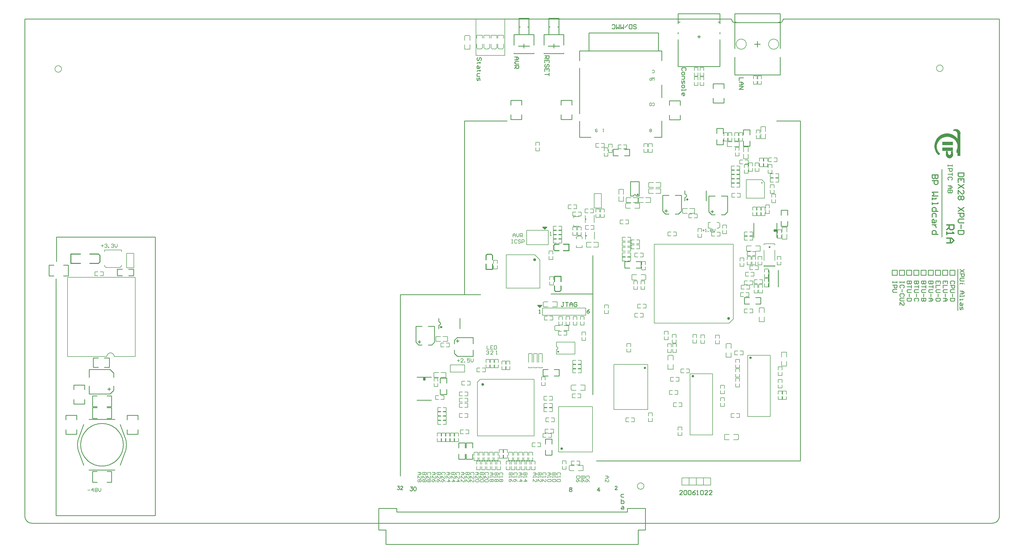
<source format=gto>
%FSLAX24Y24*%
%MOIN*%
G70*
G01*
G75*
%ADD10C,0.0100*%
%ADD11R,0.0380X0.0380*%
%ADD12O,0.0630X0.0110*%
%ADD13R,0.0500X0.0650*%
%ADD14O,0.0189X0.0787*%
%ADD15O,0.0787X0.0189*%
%ADD16R,0.0189X0.0787*%
%ADD17R,0.0500X0.0600*%
%ADD18R,0.0600X0.0500*%
%ADD19R,0.1200X0.0900*%
%ADD20R,0.1614X0.0827*%
%ADD21R,0.0600X0.1250*%
%ADD22R,0.1250X0.0600*%
%ADD23O,0.0110X0.0669*%
%ADD24R,0.0110X0.0669*%
%ADD25O,0.0110X0.0709*%
%ADD26O,0.0157X0.0701*%
%ADD27R,0.0157X0.0701*%
%ADD28O,0.0138X0.0846*%
%ADD29R,0.0709X0.1378*%
%ADD30R,0.1378X0.0709*%
%ADD31R,0.0709X0.1575*%
%ADD32R,0.0709X0.0110*%
%ADD33O,0.0709X0.0110*%
%ADD34O,0.0709X0.0110*%
%ADD35R,0.0600X0.0600*%
%ADD36R,0.1575X0.1181*%
%ADD37R,0.0138X0.0846*%
%ADD38R,0.0551X0.0492*%
%ADD39O,0.0701X0.0157*%
%ADD40R,0.0800X0.0800*%
%ADD41R,0.0787X0.0512*%
%ADD42R,0.0945X0.0906*%
%ADD43O,0.0787X0.0177*%
%ADD44R,0.0787X0.0177*%
%ADD45O,0.0110X0.0630*%
%ADD46R,0.0110X0.0630*%
%ADD47C,0.0400*%
%ADD48R,0.0433X0.0787*%
%ADD49R,0.0787X0.0787*%
%ADD50R,0.0787X0.0394*%
%ADD51R,0.0236X0.0433*%
%ADD52R,0.0472X0.0315*%
%ADD53R,0.0492X0.0551*%
%ADD54R,0.0600X0.1000*%
%ADD55R,0.0380X0.0425*%
%ADD56R,0.0630X0.0110*%
%ADD57O,0.0630X0.0110*%
%ADD58C,0.0120*%
%ADD59C,0.0110*%
%ADD60C,0.0400*%
%ADD61C,0.0500*%
%ADD62C,0.0150*%
%ADD63C,0.0200*%
%ADD64C,0.0080*%
%ADD65C,0.0600*%
%ADD66C,0.1000*%
%ADD67C,0.0320*%
%ADD68C,0.0300*%
%ADD69C,0.0290*%
%ADD70C,0.0380*%
%ADD71C,0.0390*%
%ADD72C,0.0180*%
%ADD73C,0.0130*%
%ADD74C,0.0250*%
%ADD75C,0.0280*%
%ADD76C,0.0170*%
%ADD77C,0.0140*%
%ADD78C,0.0220*%
%ADD79C,0.0090*%
%ADD80C,0.0157*%
%ADD81C,0.0310*%
%ADD82C,0.0270*%
%ADD83C,0.0350*%
%ADD84R,0.5050X0.4500*%
%ADD85R,0.5050X0.9550*%
%ADD86R,0.1350X0.1400*%
%ADD87R,0.0300X0.1229*%
%ADD88R,0.0670X0.0700*%
%ADD89C,0.0620*%
%ADD90P,0.0620X8X0*%
%ADD91C,0.0787*%
%ADD92C,0.0906*%
%ADD93C,0.1000*%
%ADD94C,0.0650*%
%ADD95C,0.0600*%
%ADD96C,0.0500*%
%ADD97C,0.0945*%
%ADD98C,0.1181*%
%ADD99C,0.0118*%
%ADD100C,0.0060*%
%ADD101C,0.0098*%
%ADD102C,0.0079*%
%ADD103C,0.0070*%
%ADD104C,0.0160*%
%ADD105R,0.0130X0.0360*%
%ADD106R,0.0430X0.3100*%
%ADD107R,0.1500X0.0500*%
%ADD108R,0.0300X0.0500*%
D10*
X161039Y97186D02*
X161030Y97288D01*
X161005Y97386D01*
X160964Y97479D01*
X160907Y97564D01*
X160838Y97638D01*
X160756Y97700D01*
X160666Y97747D01*
X160569Y97778D01*
X160469Y97793D01*
X160367Y97791D01*
X160267Y97772D01*
X160172Y97736D01*
X133578Y90388D02*
X133503Y90431D01*
Y90344D01*
X133578Y90388D01*
X161653Y76315D02*
X161597D01*
X161653D01*
X161095Y76425D02*
X161025Y76355D01*
X161375Y76325D02*
X161435Y76385D01*
X45281Y53245D02*
X45301Y53341D01*
X45318Y53437D01*
X45332Y53535D01*
X45343Y53632D01*
X45352Y53730D01*
X45358Y53828D01*
X45360Y53926D01*
Y54024D01*
X45358Y54122D01*
X45352Y54220D01*
X45343Y54318D01*
X45332Y54415D01*
X45318Y54513D01*
X45301Y54609D01*
X45281Y54705D01*
X44930Y53975D02*
X44928Y54075D01*
X44923Y54174D01*
X44915Y54274D01*
X44903Y54373D01*
X44888Y54472D01*
X44870Y54570D01*
X44848Y54667D01*
X44823Y54764D01*
X44795Y54860D01*
X44763Y54954D01*
X44728Y55048D01*
X44691Y55140D01*
X44650Y55231D01*
X44606Y55321D01*
X44559Y55409D01*
X44509Y55496D01*
X44456Y55580D01*
X44400Y55663D01*
X44342Y55744D01*
X44281Y55823D01*
X44217Y55900D01*
X44151Y55975D01*
X44082Y56047D01*
X44011Y56117D01*
X43937Y56184D01*
X43862Y56249D01*
X43784Y56312D01*
X43704Y56372D01*
X43622Y56429D01*
X43538Y56483D01*
X43453Y56534D01*
X43365Y56583D01*
X43276Y56628D01*
X43186Y56671D01*
X43094Y56710D01*
X43001Y56746D01*
X42907Y56779D01*
X42812Y56809D01*
X42716Y56836D01*
X42619Y56859D01*
X42521Y56879D01*
X42422Y56896D01*
X42324Y56909D01*
X42224Y56920D01*
X42125Y56926D01*
X42025Y56930D01*
X41925D01*
X41825Y56926D01*
X41726Y56920D01*
X41626Y56909D01*
X41528Y56896D01*
X41429Y56879D01*
X41331Y56859D01*
X41234Y56836D01*
X41138Y56809D01*
X41043Y56779D01*
X40949Y56746D01*
X40856Y56710D01*
X40764Y56671D01*
X40674Y56628D01*
X40585Y56583D01*
X40497Y56534D01*
X40412Y56483D01*
X40328Y56429D01*
X40246Y56372D01*
X40166Y56312D01*
X40088Y56249D01*
X40013Y56184D01*
X39939Y56117D01*
X39868Y56047D01*
X39799Y55975D01*
X39733Y55900D01*
X39669Y55823D01*
X39608Y55744D01*
X39550Y55663D01*
X39494Y55580D01*
X39441Y55496D01*
X39391Y55409D01*
X39344Y55321D01*
X39300Y55231D01*
X39259Y55140D01*
X39222Y55048D01*
X39187Y54954D01*
X39155Y54860D01*
X39127Y54764D01*
X39102Y54667D01*
X39080Y54570D01*
X39062Y54472D01*
X39047Y54373D01*
X39035Y54274D01*
X39027Y54174D01*
X39022Y54075D01*
X39020Y53975D01*
X39022Y53875D01*
X39027Y53776D01*
X39035Y53676D01*
X39047Y53577D01*
X39062Y53478D01*
X39080Y53380D01*
X39102Y53283D01*
X39127Y53186D01*
X39155Y53090D01*
X39187Y52996D01*
X39222Y52902D01*
X39259Y52810D01*
X39300Y52719D01*
X39344Y52629D01*
X39391Y52541D01*
X39441Y52454D01*
X39494Y52370D01*
X39550Y52287D01*
X39608Y52206D01*
X39669Y52127D01*
X39733Y52050D01*
X39799Y51975D01*
X39868Y51903D01*
X39939Y51833D01*
X40013Y51766D01*
X40088Y51701D01*
X40166Y51638D01*
X40246Y51578D01*
X40328Y51521D01*
X40412Y51467D01*
X40497Y51416D01*
X40585Y51367D01*
X40674Y51322D01*
X40764Y51279D01*
X40856Y51240D01*
X40949Y51204D01*
X41043Y51171D01*
X41138Y51141D01*
X41234Y51114D01*
X41331Y51091D01*
X41429Y51071D01*
X41528Y51054D01*
X41626Y51041D01*
X41726Y51030D01*
X41825Y51024D01*
X41925Y51020D01*
X42025Y51020D01*
X42125Y51024D01*
X42224Y51030D01*
X42324Y51041D01*
X42422Y51054D01*
X42521Y51071D01*
X42619Y51091D01*
X42716Y51114D01*
X42812Y51141D01*
X42907Y51171D01*
X43001Y51204D01*
X43094Y51240D01*
X43186Y51279D01*
X43276Y51322D01*
X43365Y51367D01*
X43453Y51416D01*
X43538Y51467D01*
X43622Y51521D01*
X43704Y51578D01*
X43784Y51638D01*
X43862Y51701D01*
X43937Y51766D01*
X44011Y51833D01*
X44082Y51903D01*
X44151Y51975D01*
X44217Y52050D01*
X44281Y52127D01*
X44342Y52206D01*
X44400Y52287D01*
X44456Y52370D01*
X44509Y52454D01*
X44559Y52541D01*
X44606Y52629D01*
X44650Y52719D01*
X44691Y52810D01*
X44728Y52902D01*
X44763Y52996D01*
X44795Y53090D01*
X44823Y53186D01*
X44848Y53283D01*
X44870Y53380D01*
X44888Y53478D01*
X44903Y53577D01*
X44915Y53676D01*
X44923Y53776D01*
X44928Y53875D01*
X44930Y53975D01*
X38669Y54705D02*
X38649Y54609D01*
X38632Y54513D01*
X38618Y54415D01*
X38607Y54318D01*
X38598Y54220D01*
X38592Y54122D01*
X38590Y54024D01*
Y53926D01*
X38592Y53828D01*
X38598Y53730D01*
X38607Y53632D01*
X38618Y53535D01*
X38632Y53437D01*
X38649Y53341D01*
X38669Y53245D01*
X104275Y74925D02*
X110075D01*
X92275Y74825D02*
X94525D01*
X135575Y98975D02*
X138875D01*
X92275D02*
X98175D01*
X35625Y44125D02*
Y77025D01*
Y44125D02*
X49375D01*
X35675Y79425D02*
Y82825D01*
X110075Y60925D02*
Y80275D01*
X49375Y44125D02*
Y82825D01*
X35675D02*
X49375D01*
X92275Y74825D02*
Y98975D01*
X83375Y74825D02*
X92275D01*
X83375Y49625D02*
Y74825D01*
X110575Y51725D02*
X138875D01*
Y98975D01*
X42987Y61482D02*
Y61882D01*
X42787Y61682D02*
X43187D01*
X40205Y63325D02*
Y64425D01*
X43605Y63325D02*
Y63925D01*
X40205Y64425D02*
X43105D01*
X40205Y61025D02*
Y62125D01*
X43605Y61525D02*
Y62125D01*
X40205Y61025D02*
X43105D01*
X43605Y61525D01*
X43105Y64425D02*
X43605Y63925D01*
X40675Y59125D02*
X41325D01*
X40675Y57625D02*
X41325D01*
X42675D02*
X43325D01*
X42675Y59125D02*
X43325D01*
X40675Y57625D02*
Y59125D01*
X43325Y57625D02*
Y59125D01*
X40675Y50275D02*
X41325D01*
X40675Y48775D02*
X41325D01*
X42675D02*
X43325D01*
X42675Y50275D02*
X43325D01*
X40675Y48775D02*
Y50275D01*
X43325Y48775D02*
Y50275D01*
X42675Y59275D02*
X43325D01*
X42675Y60775D02*
X43325D01*
X40675D02*
X41325D01*
X40675Y59275D02*
X41325D01*
X43325D02*
Y60775D01*
X40675Y59275D02*
Y60775D01*
X38075Y59625D02*
Y60275D01*
X39575Y59625D02*
Y60275D01*
Y61625D02*
Y62275D01*
X38075Y61625D02*
Y62275D01*
Y59625D02*
X39575D01*
X38075Y62275D02*
X39575D01*
X100525Y109080D02*
Y109651D01*
X99738Y109375D02*
X101312D01*
X99147Y108312D02*
Y108391D01*
X101903Y108312D02*
Y108391D01*
X99147Y109493D02*
Y110281D01*
X101903Y109493D02*
Y110281D01*
Y110950D01*
X99147D02*
X101903D01*
X99147Y110281D02*
Y110950D01*
X101214D02*
Y113214D01*
X99836Y110950D02*
Y113214D01*
X101214D01*
X99147Y108312D02*
X101903D01*
X101056Y112032D02*
X101214D01*
X99836D02*
X99993D01*
X102625Y73175D02*
X102725D01*
X102825D01*
X102725Y73275D02*
X102925D01*
X102525D02*
X102725D01*
X102425Y73375D02*
X102725Y73075D01*
X102425Y73375D02*
X103025D01*
X102725Y73075D02*
X103025Y73375D01*
X103325Y84025D02*
X103425D01*
X103525D01*
X103425Y84125D02*
X103625D01*
X103225D02*
X103425D01*
X103125Y84225D02*
X103425Y83925D01*
X103125Y84225D02*
X103725D01*
X103425Y83925D02*
X103725Y84225D01*
X151625Y78225D02*
X152325D01*
X151625Y77525D02*
Y78225D01*
Y77525D02*
X152325D01*
Y78225D01*
X152625D02*
X153325D01*
X152625Y77525D02*
Y78225D01*
Y77525D02*
X153325D01*
Y78225D01*
X153625D02*
X154325D01*
X153625Y77525D02*
Y78225D01*
Y77525D02*
X154325D01*
Y78225D01*
X154625D02*
X155325D01*
X154625Y77525D02*
Y78225D01*
Y77525D02*
X155325D01*
Y78225D01*
X155625D02*
X156325D01*
X155625Y77525D02*
Y78225D01*
Y77525D02*
X156325D01*
Y78225D01*
X156625D02*
X157325D01*
X156625Y77525D02*
Y78225D01*
Y77525D02*
X157325D01*
Y78225D01*
X157625D02*
X158325D01*
X157625Y77525D02*
Y78225D01*
Y77525D02*
X158325D01*
Y78225D01*
X158625D02*
X159325D01*
X158625Y77525D02*
Y78225D01*
Y77525D02*
X159325D01*
Y78225D01*
X159625D02*
X160325D01*
X159625Y77525D02*
Y78225D01*
Y77525D02*
X160325D01*
Y78225D01*
X89825Y62525D02*
Y63225D01*
X88925Y62525D02*
Y63225D01*
Y60975D02*
Y61675D01*
X89825Y60975D02*
Y61675D01*
X88925Y63225D02*
X89825D01*
X88925Y60975D02*
X89825D01*
X126775Y101475D02*
Y102125D01*
X128275Y101475D02*
Y102125D01*
Y103475D02*
Y104125D01*
X126775Y103475D02*
Y104125D01*
Y101475D02*
X128275D01*
X126775Y104125D02*
X128275D01*
X136225Y84325D02*
Y85025D01*
X137125Y84325D02*
Y85025D01*
Y85875D02*
Y86575D01*
X136225Y85875D02*
Y86575D01*
Y84325D02*
X137125D01*
X136225Y86575D02*
X137125D01*
X130975Y95475D02*
Y96175D01*
X131875Y95475D02*
Y96175D01*
Y97025D02*
Y97725D01*
X130975Y97025D02*
Y97725D01*
Y95475D02*
X131875D01*
X130975Y97725D02*
X131875D01*
X127275Y95675D02*
Y96375D01*
X128175Y95675D02*
Y96375D01*
Y97225D02*
Y97925D01*
X127275Y97225D02*
Y97925D01*
Y95675D02*
X128175D01*
X127275Y97925D02*
X128175D01*
X121925Y112475D02*
Y113875D01*
X127725Y112475D02*
Y113875D01*
X121925Y106525D02*
Y110275D01*
X127725Y106525D02*
Y110275D01*
X121925Y113875D02*
X127725D01*
X121925Y106525D02*
X127725D01*
X127490Y112693D02*
X127725D01*
X121925D02*
X122160D01*
X124625Y110675D02*
X125025D01*
X124825Y110475D02*
Y110875D01*
X127725Y111075D02*
Y111275D01*
X121925Y111075D02*
Y111275D01*
X129775Y113875D02*
X136075D01*
X129775Y105375D02*
X129775Y107814D01*
X129775Y105375D02*
X136075D01*
X129775Y112686D02*
X129962D01*
X135888D02*
X136075D01*
X132925Y109225D02*
Y110025D01*
X132525Y109625D02*
X133325D01*
X129775Y113875D02*
X129775Y109034D01*
X136075Y105375D02*
X136075Y107814D01*
X136075Y113875D02*
X136075Y109034D01*
X135225Y83725D02*
X135625D01*
X135225Y83775D02*
X135625D01*
Y82775D02*
Y84775D01*
X132425Y82775D02*
Y84775D01*
X135225Y83875D02*
X135625D01*
X135225Y83625D02*
Y83875D01*
Y83625D02*
X135625D01*
X126648Y86174D02*
Y86574D01*
X126176Y86322D02*
Y88527D01*
X126569Y85928D02*
X127042D01*
X126176Y88527D02*
X127042D01*
X126448Y86374D02*
X126848D01*
X126176Y86322D02*
X126569Y85928D01*
X128774Y86322D02*
Y88527D01*
X127908Y85928D02*
X128381D01*
X127908Y88527D02*
X128774D01*
X128381Y85928D02*
X128774Y86322D01*
X121981Y86028D02*
X122374Y86422D01*
X121508Y88627D02*
X122374D01*
X121508Y86028D02*
X121981D01*
X122374Y86422D02*
Y88627D01*
X119776Y86422D02*
X120169Y86028D01*
X120048Y86474D02*
X120448D01*
X119776Y88627D02*
X120642D01*
X120169Y86028D02*
X120642D01*
X119776Y86422D02*
Y88627D01*
X120248Y86274D02*
Y86674D01*
X135825Y75879D02*
Y78242D01*
X134525Y75879D02*
Y78242D01*
X116075Y78525D02*
X116775D01*
X116075Y79425D02*
X116775D01*
X114525D02*
X115225D01*
X114525Y78525D02*
X115225D01*
X116775D02*
Y79425D01*
X114525Y78525D02*
Y79425D01*
X132675Y73525D02*
X133375D01*
X132675Y74425D02*
X133375D01*
X131125D02*
X131825D01*
X131125Y73525D02*
X131825D01*
X133375D02*
Y74425D01*
X131125Y73525D02*
Y74425D01*
X86825Y62975D02*
Y63375D01*
X86575Y62975D02*
X86825D01*
X86575D02*
Y63375D01*
X85675Y60175D02*
X87675D01*
X85675Y63375D02*
X87675D01*
X86675Y62975D02*
Y63375D01*
X86725Y62975D02*
Y63375D01*
X90878Y66669D02*
X91272Y66276D01*
X93477D02*
Y67142D01*
X90878Y66669D02*
Y67142D01*
X91272Y66276D02*
X93477D01*
X90878Y68481D02*
X91272Y68874D01*
X91324Y68202D02*
Y68602D01*
X93477Y68008D02*
Y68874D01*
X90878Y68008D02*
Y68481D01*
X91272Y68874D02*
X93477D01*
X91124Y68402D02*
X91524D01*
X85998Y68074D02*
Y68474D01*
X85526Y68222D02*
Y70427D01*
X85919Y67828D02*
X86392D01*
X85526Y70427D02*
X86392D01*
X85798Y68274D02*
X86198D01*
X85526Y68222D02*
X85919Y67828D01*
X88124Y68222D02*
Y70427D01*
X87258Y67828D02*
X87731D01*
X87258Y70427D02*
X88124D01*
X87731Y67828D02*
X88124Y68222D01*
X120725Y101775D02*
X122225D01*
X120725Y99125D02*
X122225D01*
X120725Y101125D02*
Y101775D01*
X122225Y101125D02*
Y101775D01*
Y99125D02*
Y99775D01*
X120725Y99125D02*
Y99775D01*
X105675Y101825D02*
X107175D01*
X105675Y99175D02*
X107175D01*
X105675Y101175D02*
Y101825D01*
X107175Y101175D02*
Y101825D01*
Y99175D02*
Y99825D01*
X105675Y99175D02*
Y99825D01*
X112925Y94125D02*
Y95025D01*
X115175Y94125D02*
Y95025D01*
X112925Y94125D02*
X113625D01*
X112925Y95025D02*
X113625D01*
X114475D02*
X115175D01*
X114475Y94125D02*
X115175D01*
X108231Y108699D02*
X119649D01*
X108231Y107321D02*
Y108699D01*
X119649Y107321D02*
Y108699D01*
Y96691D02*
Y98974D01*
X118625Y96691D02*
X119649D01*
X108231D02*
Y98935D01*
Y96691D02*
X109806D01*
X108231Y99978D02*
Y106297D01*
X119649Y102203D02*
Y103974D01*
X109542Y111179D02*
X119188D01*
Y108699D02*
Y111179D01*
X109542Y108699D02*
Y111179D01*
X34645Y78925D02*
X35295D01*
X34645Y77425D02*
X35295D01*
X36645D02*
X37295D01*
X36645Y78925D02*
X37295D01*
X34645Y77425D02*
Y78925D01*
X37295Y77425D02*
Y78925D01*
X98725Y101825D02*
X100225D01*
X98725Y99175D02*
X100225D01*
X98725Y101175D02*
Y101825D01*
X100225Y101175D02*
Y101825D01*
Y99175D02*
Y99825D01*
X98725Y99175D02*
Y99825D01*
X80375Y45125D02*
X82875D01*
X80375Y42125D02*
X81375D01*
Y40125D02*
X116375D01*
Y42125D02*
X117375D01*
X114875Y45125D02*
X117375D01*
X82875Y44625D02*
X114875D01*
X80375Y42125D02*
Y45125D01*
X81375Y40125D02*
Y42125D01*
X116375Y40125D02*
Y42125D01*
X117375D02*
Y45125D01*
X82875Y44625D02*
Y45125D01*
X114875Y44625D02*
Y45125D01*
X46975Y57425D02*
Y58075D01*
X45475Y57425D02*
Y58075D01*
Y55425D02*
Y56075D01*
X46975Y55425D02*
Y56075D01*
X45475Y58075D02*
X46975D01*
X45475Y55425D02*
X46975D01*
X36975D02*
Y56075D01*
X38475Y55425D02*
Y56075D01*
Y57425D02*
Y58075D01*
X36975Y57425D02*
Y58075D01*
Y55425D02*
X38475D01*
X36975Y58075D02*
X38475D01*
X45675Y77475D02*
X46375D01*
X45675Y78375D02*
X46375D01*
X44125D02*
X44825D01*
X44125Y77475D02*
X44825D01*
X46375D02*
Y78375D01*
X44125Y77475D02*
Y78375D01*
X103986Y112032D02*
X104143D01*
X105206D02*
X105364D01*
X103297Y108312D02*
X106053D01*
X103986Y113214D02*
X105364D01*
X103986Y110950D02*
Y113214D01*
X105364Y110950D02*
Y113214D01*
X103297Y110281D02*
Y110950D01*
X106053D01*
Y110281D02*
Y110950D01*
Y109493D02*
Y110281D01*
X103297Y109493D02*
Y110281D01*
X106053Y108312D02*
Y108391D01*
X103297Y108312D02*
Y108391D01*
X103888Y109375D02*
X105462D01*
X104675Y109080D02*
Y109651D01*
X40775Y64725D02*
Y66025D01*
X43025Y64725D02*
Y66025D01*
X40775Y64725D02*
X41475D01*
X40775Y66025D02*
X41475D01*
X42325D02*
X43025D01*
X42325Y64725D02*
X43025D01*
X161025Y76285D02*
Y76355D01*
X161095Y76425D02*
X161375Y76325D01*
X161435Y76385D02*
Y76435D01*
X160725Y72625D02*
Y78375D01*
X158525Y82825D02*
Y92225D01*
X105425Y63525D02*
Y64425D01*
X103175Y63525D02*
Y64425D01*
X104725D02*
X105425D01*
X104725Y63525D02*
X105425D01*
X103175D02*
X103875D01*
X103175Y64425D02*
X103875D01*
X91475Y51975D02*
X92375D01*
X91475Y54225D02*
X92375D01*
Y51975D02*
Y52675D01*
X91475Y51975D02*
Y52675D01*
Y53525D02*
Y54225D01*
X92375Y53525D02*
Y54225D01*
X92525Y51975D02*
X93425D01*
X92525Y54225D02*
X93425D01*
Y51975D02*
Y52675D01*
X92525Y51975D02*
Y52675D01*
Y53525D02*
Y54225D01*
X93425Y53525D02*
Y54225D01*
X103525Y52525D02*
X104425D01*
X103525Y54775D02*
X104425D01*
Y52525D02*
Y53225D01*
X103525Y52525D02*
Y53225D01*
Y54075D02*
Y54775D01*
X104425Y54075D02*
Y54775D01*
X44495Y56810D02*
X45281Y54705D01*
X40164Y57479D02*
X43786D01*
X38669Y54705D02*
X39455Y56810D01*
X44495Y51140D02*
X45281Y53245D01*
X40164Y50471D02*
X43786D01*
X38669Y53245D02*
X39455Y51140D01*
X84777Y48125D02*
X85065D01*
X84908Y47915D01*
X84987D01*
X85039Y47889D01*
X85065Y47863D01*
X85092Y47784D01*
Y47732D01*
X85065Y47654D01*
X85013Y47601D01*
X84934Y47575D01*
X84856D01*
X84777Y47601D01*
X84751Y47627D01*
X84725Y47680D01*
X85372Y48125D02*
X85293Y48099D01*
X85241Y48020D01*
X85215Y47889D01*
Y47811D01*
X85241Y47680D01*
X85293Y47601D01*
X85372Y47575D01*
X85424D01*
X85503Y47601D01*
X85555Y47680D01*
X85581Y47811D01*
Y47889D01*
X85555Y48020D01*
X85503Y48099D01*
X85424Y48125D01*
X85372D01*
X106956Y48025D02*
X106877Y47999D01*
X106851Y47946D01*
Y47894D01*
X106877Y47842D01*
X106930Y47815D01*
X107034Y47789D01*
X107113Y47763D01*
X107165Y47711D01*
X107192Y47658D01*
Y47580D01*
X107165Y47527D01*
X107139Y47501D01*
X107061Y47475D01*
X106956D01*
X106877Y47501D01*
X106851Y47527D01*
X106825Y47580D01*
Y47658D01*
X106851Y47711D01*
X106904Y47763D01*
X106982Y47789D01*
X107087Y47815D01*
X107139Y47842D01*
X107165Y47894D01*
Y47946D01*
X107139Y47999D01*
X107061Y48025D01*
X106956D01*
X110937D02*
X110675Y47658D01*
X111068D01*
X110937Y48025D02*
Y47475D01*
X99225Y107875D02*
X99625D01*
X99825Y107675D01*
X99625Y107475D01*
X99225D01*
X99525D01*
Y107875D01*
X99825Y107275D02*
X99425D01*
X99225Y107075D01*
X99425Y106875D01*
X99825D01*
X99225Y106675D02*
X99825D01*
Y106375D01*
X99725Y106276D01*
X99525D01*
X99425Y106375D01*
Y106675D01*
Y106475D02*
X99225Y106276D01*
X153275Y76675D02*
Y76475D01*
Y76575D01*
X152675D01*
Y76675D01*
Y76475D01*
X153175Y75775D02*
X153275Y75875D01*
Y76075D01*
X153175Y76175D01*
X152775D01*
X152675Y76075D01*
Y75875D01*
X152775Y75775D01*
X152975Y75575D02*
Y75175D01*
X153175Y74576D02*
X153275Y74676D01*
Y74876D01*
X153175Y74976D01*
X152775D01*
X152675Y74876D01*
Y74676D01*
X152775Y74576D01*
X153275Y74376D02*
X152775D01*
X152675Y74276D01*
Y74076D01*
X152775Y73976D01*
X153275D01*
X152675Y73376D02*
Y73776D01*
X153075Y73376D01*
X153175D01*
X153275Y73476D01*
Y73676D01*
X153175Y73776D01*
X152275Y76675D02*
Y76475D01*
Y76575D01*
X151675D01*
Y76675D01*
Y76475D01*
Y76175D02*
X152275D01*
Y75875D01*
X152175Y75775D01*
X151975D01*
X151875Y75875D01*
Y76175D01*
X152275Y75575D02*
X151775D01*
X151675Y75475D01*
Y75275D01*
X151775Y75175D01*
X152275D01*
X130975Y104975D02*
X130375D01*
Y104575D01*
Y104375D02*
X130775D01*
X130975Y104175D01*
X130775Y103975D01*
X130375D01*
X130675D01*
Y104375D01*
X130375Y103775D02*
X130975D01*
X130375Y103376D01*
X130975D01*
X115725Y111855D02*
X115825Y111755D01*
X116025D01*
X116125Y111855D01*
Y111955D01*
X116025Y112055D01*
X115825D01*
X115725Y112155D01*
Y112255D01*
X115825Y112355D01*
X116025D01*
X116125Y112255D01*
X115525Y111755D02*
Y112355D01*
X115225D01*
X115125Y112255D01*
Y111855D01*
X115225Y111755D01*
X115525D01*
X114925Y112355D02*
X114526Y111955D01*
X114326Y112355D02*
Y111755D01*
X114126Y111955D01*
X113926Y111755D01*
Y112355D01*
X113726D02*
Y111755D01*
X113526Y111955D01*
X113326Y111755D01*
Y112355D01*
X112726Y111855D02*
X112826Y111755D01*
X113026D01*
X113126Y111855D01*
Y112255D01*
X113026Y112355D01*
X112826D01*
X112726Y112255D01*
X159945Y92855D02*
Y92655D01*
Y92755D01*
X159345D01*
Y92855D01*
Y92655D01*
Y92355D02*
X159945D01*
Y92055D01*
X159845Y91955D01*
X159645D01*
X159545Y92055D01*
Y92355D01*
X159945Y91755D02*
Y91355D01*
Y91555D01*
X159345D01*
X159845Y90756D02*
X159945Y90856D01*
Y91056D01*
X159845Y91156D01*
X159445D01*
X159345Y91056D01*
Y90856D01*
X159445Y90756D01*
X159345Y89956D02*
X159745D01*
X159945Y89756D01*
X159745Y89556D01*
X159345D01*
X159645D01*
Y89956D01*
X159945Y89356D02*
X159345D01*
Y89056D01*
X159445Y88956D01*
X159545D01*
X159645Y89056D01*
Y89356D01*
Y89056D01*
X159745Y88956D01*
X159845D01*
X159945Y89056D01*
Y89356D01*
X102625Y72225D02*
X102792D01*
X102708D01*
Y72725D01*
X102625Y72642D01*
X122925Y105975D02*
X123025Y106075D01*
Y106275D01*
X122925Y106375D01*
X122525D01*
X122425Y106275D01*
Y106075D01*
X122525Y105975D01*
X122425Y105675D02*
Y105475D01*
X122525Y105375D01*
X122725D01*
X122825Y105475D01*
Y105675D01*
X122725Y105775D01*
X122525D01*
X122425Y105675D01*
Y105175D02*
X122825D01*
Y104875D01*
X122725Y104776D01*
X122425D01*
Y104576D02*
Y104276D01*
X122525Y104176D01*
X122625Y104276D01*
Y104476D01*
X122725Y104576D01*
X122825Y104476D01*
Y104176D01*
X122425Y103876D02*
Y103676D01*
X122525Y103576D01*
X122725D01*
X122825Y103676D01*
Y103876D01*
X122725Y103976D01*
X122525D01*
X122425Y103876D01*
Y103376D02*
Y103176D01*
Y103276D01*
X123025D01*
Y103376D01*
X122425Y102576D02*
Y102776D01*
X122525Y102876D01*
X122725D01*
X122825Y102776D01*
Y102576D01*
X122725Y102476D01*
X122625D01*
Y102876D01*
X103425Y108025D02*
X104025D01*
Y107725D01*
X103925Y107625D01*
X103725D01*
X103625Y107725D01*
Y108025D01*
Y107825D02*
X103425Y107625D01*
X104025Y107025D02*
Y107425D01*
X103425D01*
Y107025D01*
X103725Y107425D02*
Y107225D01*
X103925Y106426D02*
X104025Y106525D01*
Y106725D01*
X103925Y106825D01*
X103825D01*
X103725Y106725D01*
Y106525D01*
X103625Y106426D01*
X103525D01*
X103425Y106525D01*
Y106725D01*
X103525Y106825D01*
X104025Y105826D02*
Y106226D01*
X103425D01*
Y105826D01*
X103725Y106226D02*
Y106026D01*
X104025Y105626D02*
Y105226D01*
Y105426D01*
X103425D01*
X109608Y72775D02*
X109442Y72692D01*
X109275Y72525D01*
Y72358D01*
X109358Y72275D01*
X109525D01*
X109608Y72358D01*
Y72442D01*
X109525Y72525D01*
X109275D01*
X106075Y73775D02*
X105875D01*
X105975D01*
Y73275D01*
X105875Y73175D01*
X105775D01*
X105675Y73275D01*
X106275Y73775D02*
X106675D01*
X106475D01*
Y73175D01*
X106875D02*
Y73575D01*
X107075Y73775D01*
X107274Y73575D01*
Y73175D01*
Y73475D01*
X106875D01*
X107874Y73675D02*
X107774Y73775D01*
X107574D01*
X107474Y73675D01*
Y73275D01*
X107574Y73175D01*
X107774D01*
X107874Y73275D01*
Y73475D01*
X107674D01*
X82990Y48223D02*
X83251D01*
X83109Y48033D01*
X83180D01*
X83228Y48009D01*
X83251Y47985D01*
X83275Y47914D01*
Y47866D01*
X83251Y47795D01*
X83204Y47747D01*
X83132Y47723D01*
X83061D01*
X82990Y47747D01*
X82966Y47771D01*
X82942Y47819D01*
X83411Y48104D02*
Y48128D01*
X83435Y48176D01*
X83458Y48200D01*
X83506Y48223D01*
X83601D01*
X83649Y48200D01*
X83673Y48176D01*
X83697Y48128D01*
Y48080D01*
X83673Y48033D01*
X83625Y47961D01*
X83387Y47723D01*
X83720D01*
X113163Y48104D02*
Y48128D01*
X113186Y48176D01*
X113210Y48200D01*
X113258Y48223D01*
X113353D01*
X113401Y48200D01*
X113424Y48176D01*
X113448Y48128D01*
Y48080D01*
X113424Y48033D01*
X113377Y47961D01*
X113139Y47723D01*
X113472D01*
X114371Y47089D02*
X114071D01*
X113971Y46989D01*
Y46789D01*
X114071Y46689D01*
X114371D01*
X114021Y46389D02*
Y45789D01*
X114321D01*
X114421Y45889D01*
Y45989D01*
Y46089D01*
X114321Y46189D01*
X114021D01*
X114071Y45439D02*
X114271D01*
X114371Y45339D01*
Y45039D01*
X114071D01*
X113971Y45139D01*
X114071Y45239D01*
X114371D01*
X161625Y78325D02*
X161025Y77925D01*
X161625D02*
X161025Y78325D01*
Y77725D02*
X161625D01*
Y77425D01*
X161525Y77325D01*
X161325D01*
X161225Y77425D01*
Y77725D01*
X161625Y77125D02*
X161125D01*
X161025Y77025D01*
Y76825D01*
X161125Y76726D01*
X161625D01*
X161025Y75326D02*
X161425D01*
X161625Y75126D01*
X161425Y74926D01*
X161025D01*
X161325D01*
Y75326D01*
X161025Y74726D02*
Y74526D01*
Y74626D01*
X161625D01*
Y74726D01*
X161025Y74226D02*
Y74026D01*
Y74126D01*
X161425D01*
Y74226D01*
Y73627D02*
Y73427D01*
X161325Y73327D01*
X161025D01*
Y73627D01*
X161125Y73726D01*
X161225Y73627D01*
Y73327D01*
X161025Y73127D02*
Y72827D01*
X161125Y72727D01*
X161225Y72827D01*
Y73027D01*
X161325Y73127D01*
X161425Y73027D01*
Y72727D01*
X154275Y76725D02*
X153675D01*
Y76425D01*
X153775Y76325D01*
X153875D01*
X153975Y76425D01*
Y76725D01*
Y76425D01*
X154075Y76325D01*
X154175D01*
X154275Y76425D01*
Y76725D01*
Y76125D02*
Y75725D01*
Y75925D01*
X153675D01*
X154275Y75525D02*
X153775D01*
X153675Y75425D01*
Y75225D01*
X153775Y75126D01*
X154275D01*
X153975Y74926D02*
Y74526D01*
X154275Y74326D02*
X153675D01*
Y74026D01*
X153775Y73926D01*
X154175D01*
X154275Y74026D01*
Y74326D01*
X155275Y76725D02*
X154675D01*
Y76425D01*
X154775Y76325D01*
X154875D01*
X154975Y76425D01*
Y76725D01*
Y76425D01*
X155075Y76325D01*
X155175D01*
X155275Y76425D01*
Y76725D01*
Y76125D02*
Y75725D01*
Y75925D01*
X154675D01*
X155275Y75525D02*
X154775D01*
X154675Y75425D01*
Y75225D01*
X154775Y75126D01*
X155275D01*
X154975Y74926D02*
Y74526D01*
X155175Y73926D02*
X155275Y74026D01*
Y74226D01*
X155175Y74326D01*
X154775D01*
X154675Y74226D01*
Y74026D01*
X154775Y73926D01*
X156275Y76725D02*
X155675D01*
Y76425D01*
X155775Y76325D01*
X155875D01*
X155975Y76425D01*
Y76725D01*
Y76425D01*
X156075Y76325D01*
X156175D01*
X156275Y76425D01*
Y76725D01*
Y76125D02*
Y75725D01*
Y75925D01*
X155675D01*
X156275Y75525D02*
X155775D01*
X155675Y75425D01*
Y75225D01*
X155775Y75126D01*
X156275D01*
X155975Y74926D02*
Y74526D01*
X156275Y74326D02*
X155675D01*
Y74026D01*
X155775Y73926D01*
X155875D01*
X155975Y74026D01*
Y74326D01*
Y74026D01*
X156075Y73926D01*
X156175D01*
X156275Y74026D01*
Y74326D01*
X157275Y76725D02*
X156675D01*
Y76425D01*
X156775Y76325D01*
X156875D01*
X156975Y76425D01*
Y76725D01*
Y76425D01*
X157075Y76325D01*
X157175D01*
X157275Y76425D01*
Y76725D01*
Y76125D02*
Y75725D01*
Y75925D01*
X156675D01*
X157275Y75525D02*
X156775D01*
X156675Y75425D01*
Y75225D01*
X156775Y75126D01*
X157275D01*
X156975Y74926D02*
Y74526D01*
X156675Y74326D02*
X157075D01*
X157275Y74126D01*
X157075Y73926D01*
X156675D01*
X156975D01*
Y74326D01*
X158275Y76325D02*
Y76725D01*
X157675D01*
Y76325D01*
X157975Y76725D02*
Y76525D01*
X158275Y76125D02*
X157675D01*
Y75725D01*
X158275Y75525D02*
X157775D01*
X157675Y75425D01*
Y75225D01*
X157775Y75126D01*
X158275D01*
X157975Y74926D02*
Y74526D01*
X158275Y74326D02*
X157675D01*
Y74026D01*
X157775Y73926D01*
X158175D01*
X158275Y74026D01*
Y74326D01*
X159275Y76325D02*
Y76725D01*
X158675D01*
Y76325D01*
X158975Y76725D02*
Y76525D01*
X159275Y76125D02*
X158675D01*
Y75725D01*
X159275Y75525D02*
X158775D01*
X158675Y75425D01*
Y75225D01*
X158775Y75126D01*
X159275D01*
X158975Y74926D02*
Y74526D01*
X158675Y74326D02*
X159075D01*
X159275Y74126D01*
X159075Y73926D01*
X158675D01*
X158975D01*
Y74326D01*
X160175Y76325D02*
X160275Y76425D01*
Y76625D01*
X160175Y76725D01*
X159775D01*
X159675Y76625D01*
Y76425D01*
X159775Y76325D01*
X159675Y76125D02*
X160275D01*
Y75825D01*
X160175Y75725D01*
X159975D01*
X159875Y75825D01*
Y76125D01*
X160275Y75525D02*
X159775D01*
X159675Y75425D01*
Y75225D01*
X159775Y75126D01*
X160275D01*
X159975Y74926D02*
Y74526D01*
X160275Y74326D02*
X159675D01*
Y74026D01*
X159775Y73926D01*
X160175D01*
X160275Y74026D01*
Y74326D01*
X122525Y47025D02*
X122125D01*
X122525Y47425D01*
Y47525D01*
X122425Y47625D01*
X122225D01*
X122125Y47525D01*
X122725D02*
X122825Y47625D01*
X123025D01*
X123125Y47525D01*
Y47125D01*
X123025Y47025D01*
X122825D01*
X122725Y47125D01*
Y47525D01*
X123325D02*
X123425Y47625D01*
X123625D01*
X123724Y47525D01*
Y47125D01*
X123625Y47025D01*
X123425D01*
X123325Y47125D01*
Y47525D01*
X124324Y47625D02*
X124124Y47525D01*
X123924Y47325D01*
Y47125D01*
X124024Y47025D01*
X124224D01*
X124324Y47125D01*
Y47225D01*
X124224Y47325D01*
X123924D01*
X124524Y47025D02*
X124724D01*
X124624D01*
Y47625D01*
X124524Y47525D01*
X125024D02*
X125124Y47625D01*
X125324D01*
X125424Y47525D01*
Y47125D01*
X125324Y47025D01*
X125124D01*
X125024Y47125D01*
Y47525D01*
X126024Y47025D02*
X125624D01*
X126024Y47425D01*
Y47525D01*
X125924Y47625D01*
X125724D01*
X125624Y47525D01*
X126624Y47025D02*
X126224D01*
X126624Y47425D01*
Y47525D01*
X126524Y47625D01*
X126324D01*
X126224Y47525D01*
X94525Y107375D02*
X94625Y107475D01*
Y107675D01*
X94525Y107775D01*
X94425D01*
X94325Y107675D01*
Y107475D01*
X94225Y107375D01*
X94125D01*
X94025Y107475D01*
Y107675D01*
X94125Y107775D01*
X94525Y107075D02*
X94425D01*
Y107175D01*
Y106975D01*
Y107075D01*
X94125D01*
X94025Y106975D01*
X94425Y106575D02*
Y106375D01*
X94325Y106275D01*
X94025D01*
Y106575D01*
X94125Y106675D01*
X94225Y106575D01*
Y106275D01*
X94525Y105976D02*
X94425D01*
Y106076D01*
Y105876D01*
Y105976D01*
X94125D01*
X94025Y105876D01*
X94425Y105576D02*
X94125D01*
X94025Y105476D01*
Y105176D01*
X94425D01*
X94025Y104976D02*
Y104676D01*
X94125Y104576D01*
X94225Y104676D01*
Y104876D01*
X94325Y104976D01*
X94425Y104876D01*
Y104576D01*
X31275Y44075D02*
X31280Y43977D01*
X31294Y43880D01*
X31318Y43785D01*
X31351Y43692D01*
X31393Y43604D01*
X31444Y43519D01*
X31502Y43441D01*
X31568Y43368D01*
X31641Y43302D01*
X31719Y43244D01*
X31804Y43193D01*
X31892Y43151D01*
X31985Y43118D01*
X32080Y43094D01*
X32177Y43080D01*
X32275Y43075D01*
X165475D02*
X165573Y43080D01*
X165670Y43094D01*
X165765Y43118D01*
X165858Y43151D01*
X165946Y43193D01*
X166031Y43244D01*
X166109Y43302D01*
X166182Y43368D01*
X166248Y43441D01*
X166306Y43519D01*
X166357Y43604D01*
X166399Y43692D01*
X166432Y43785D01*
X166456Y43880D01*
X166470Y43977D01*
X166475Y44075D01*
X129325Y113125D02*
X129335Y113027D01*
X129363Y112934D01*
X129409Y112847D01*
X129471Y112771D01*
X129547Y112709D01*
X129634Y112663D01*
X129727Y112635D01*
X129825Y112625D01*
X135975D02*
X136073Y112635D01*
X136166Y112663D01*
X136253Y112709D01*
X136329Y112771D01*
X136391Y112847D01*
X136437Y112934D01*
X136465Y113027D01*
X136475Y113125D01*
X166475D01*
X129825Y112625D02*
X135975D01*
X166475Y44075D02*
Y113125D01*
X31275Y44075D02*
Y113125D01*
X129325D01*
X32275Y43075D02*
X165475D01*
D58*
X95275Y80275D02*
X95425Y80425D01*
X96025D02*
X96175Y80275D01*
X95425Y80425D02*
X96025D01*
X95275Y78325D02*
X96175D01*
Y79675D02*
Y80275D01*
X95275Y79675D02*
Y80275D01*
X96175Y78325D02*
Y79075D01*
X95275Y78325D02*
Y79075D01*
X104675Y81075D02*
X104825Y80925D01*
X104675Y81675D02*
X104825Y81825D01*
X104675Y81075D02*
Y81675D01*
X106775Y80925D02*
Y81825D01*
X104825D02*
X105425D01*
X104825Y80925D02*
X105425D01*
X106025Y81825D02*
X106775D01*
X106025Y80925D02*
X106775D01*
X105525Y75275D02*
X105675Y75425D01*
X104775D02*
X104925Y75275D01*
X105525D01*
X104775Y77375D02*
X105675D01*
X104775Y75425D02*
Y76025D01*
X105675Y75425D02*
Y76025D01*
X104775Y76625D02*
Y77375D01*
X105675Y76625D02*
Y77375D01*
X37675Y80475D02*
X39025D01*
X37675Y79175D02*
X39025D01*
X40325Y80475D02*
X41525D01*
X40325Y79175D02*
X41525D01*
X37675D02*
Y80475D01*
X41725Y79375D02*
Y80275D01*
X41525Y79175D02*
X41725Y79375D01*
X41525Y80475D02*
X41725Y80275D01*
X161575Y91725D02*
X160775D01*
Y91325D01*
X160908Y91192D01*
X161441D01*
X161575Y91325D01*
Y91725D01*
Y90392D02*
Y90925D01*
X160775D01*
Y90392D01*
X161175Y90925D02*
Y90659D01*
X161575Y90126D02*
X160775Y89592D01*
X161575D02*
X160775Y90126D01*
Y88793D02*
Y89326D01*
X161308Y88793D01*
X161441D01*
X161575Y88926D01*
Y89192D01*
X161441Y89326D01*
Y88526D02*
X161575Y88393D01*
Y88126D01*
X161441Y87993D01*
X161308D01*
X161175Y88126D01*
X161042Y87993D01*
X160908D01*
X160775Y88126D01*
Y88393D01*
X160908Y88526D01*
X161042D01*
X161175Y88393D01*
X161308Y88526D01*
X161441D01*
X161175Y88393D02*
Y88126D01*
X161575Y86927D02*
X160775Y86393D01*
X161575D02*
X160775Y86927D01*
Y86127D02*
X161575D01*
Y85727D01*
X161441Y85594D01*
X161175D01*
X161042Y85727D01*
Y86127D01*
X161575Y85327D02*
X160908D01*
X160775Y85194D01*
Y84927D01*
X160908Y84794D01*
X161575D01*
X161175Y84527D02*
Y83994D01*
X161575Y83728D02*
X160775D01*
Y83328D01*
X160908Y83194D01*
X161441D01*
X161575Y83328D01*
Y83728D01*
X157975Y91475D02*
X157175D01*
Y91075D01*
X157308Y90942D01*
X157442D01*
X157575Y91075D01*
Y91475D01*
Y91075D01*
X157708Y90942D01*
X157841D01*
X157975Y91075D01*
Y91475D01*
X157175Y90675D02*
X157975D01*
Y90275D01*
X157841Y90142D01*
X157575D01*
X157442Y90275D01*
Y90675D01*
X157975Y89076D02*
X157175D01*
X157442Y88809D01*
X157175Y88543D01*
X157975D01*
X157175Y88276D02*
Y88009D01*
Y88143D01*
X157708D01*
Y88276D01*
X157175Y87610D02*
Y87343D01*
Y87476D01*
X157975D01*
Y87610D01*
Y86410D02*
X157175D01*
Y86810D01*
X157308Y86943D01*
X157575D01*
X157708Y86810D01*
Y86410D01*
Y85610D02*
Y86010D01*
X157575Y86143D01*
X157308D01*
X157175Y86010D01*
Y85610D01*
X157708Y85210D02*
Y84944D01*
X157575Y84810D01*
X157175D01*
Y85210D01*
X157308Y85344D01*
X157442Y85210D01*
Y84810D01*
X157708Y84544D02*
X157175D01*
X157442D01*
X157575Y84411D01*
X157708Y84277D01*
Y84144D01*
X157975Y83211D02*
X157175D01*
Y83611D01*
X157308Y83744D01*
X157575D01*
X157708Y83611D01*
Y83211D01*
D62*
X89095Y70316D02*
X89025Y70386D01*
X88955Y70316D01*
X89025Y70246D01*
X89095Y70316D01*
X123245Y88066D02*
X123175Y88136D01*
X123105Y88066D01*
X123175Y87996D01*
X123245Y88066D01*
X160931Y97156D02*
X160921Y97260D01*
X160892Y97361D01*
X160846Y97455D01*
X160783Y97538D01*
X160706Y97609D01*
X160617Y97664D01*
X160519Y97702D01*
X160416Y97722D01*
X160312Y97722D01*
X160209Y97703D01*
D63*
X102125Y79675D02*
X102075Y79762D01*
X101975D01*
X101925Y79675D01*
X101975Y79588D01*
X102075D01*
X102125Y79675D01*
X129023Y71522D02*
X128973Y71607D01*
X128875D01*
X128826Y71522D01*
X128875Y71437D01*
X128973D01*
X129023Y71522D01*
X160761Y97186D02*
X160751Y97283D01*
X160723Y97377D01*
X160677Y97464D01*
X160615Y97539D01*
X160539Y97601D01*
X160453Y97648D01*
X160359Y97676D01*
X160262Y97686D01*
X160164Y97677D01*
D64*
X105037Y67181D02*
X105139Y67209D01*
X105213Y67283D01*
X105241Y67385D01*
X105213Y67487D01*
X105139Y67561D01*
X105037Y67588D01*
X36375Y106175D02*
X36364Y106275D01*
X36330Y106370D01*
X36277Y106456D01*
X36206Y106527D01*
X36120Y106580D01*
X36025Y106614D01*
X35925Y106625D01*
X35825Y106614D01*
X35730Y106580D01*
X35644Y106527D01*
X35573Y106456D01*
X35520Y106370D01*
X35486Y106275D01*
X35475Y106175D01*
X35486Y106075D01*
X35520Y105980D01*
X35573Y105894D01*
X35644Y105823D01*
X35730Y105770D01*
X35825Y105736D01*
X35925Y105725D01*
X36025Y105736D01*
X36120Y105770D01*
X36206Y105823D01*
X36277Y105894D01*
X36330Y105980D01*
X36364Y106075D01*
X36375Y106175D01*
X158675Y106275D02*
X158664Y106375D01*
X158630Y106470D01*
X158577Y106556D01*
X158506Y106627D01*
X158420Y106680D01*
X158325Y106714D01*
X158225Y106725D01*
X158125Y106714D01*
X158030Y106680D01*
X157944Y106627D01*
X157873Y106556D01*
X157820Y106470D01*
X157786Y106375D01*
X157775Y106275D01*
X157786Y106175D01*
X157820Y106080D01*
X157873Y105994D01*
X157944Y105923D01*
X158030Y105870D01*
X158125Y105836D01*
X158225Y105825D01*
X158325Y105836D01*
X158420Y105870D01*
X158506Y105923D01*
X158577Y105994D01*
X158630Y106080D01*
X158664Y106175D01*
X158675Y106275D01*
X117175Y48225D02*
X117164Y48325D01*
X117130Y48420D01*
X117077Y48506D01*
X117006Y48577D01*
X116920Y48630D01*
X116825Y48664D01*
X116725Y48675D01*
X116625Y48664D01*
X116530Y48630D01*
X116444Y48577D01*
X116373Y48506D01*
X116320Y48420D01*
X116286Y48325D01*
X116275Y48225D01*
X116286Y48125D01*
X116320Y48030D01*
X116373Y47944D01*
X116444Y47873D01*
X116530Y47820D01*
X116625Y47786D01*
X116725Y47775D01*
X116825Y47786D01*
X116920Y47820D01*
X117006Y47873D01*
X117077Y47944D01*
X117130Y48030D01*
X117164Y48125D01*
X117175Y48225D01*
X43675Y66225D02*
X43665Y66323D01*
X43637Y66416D01*
X43591Y66503D01*
X43529Y66579D01*
X43453Y66641D01*
X43366Y66687D01*
X43273Y66715D01*
X43175Y66725D01*
X43077Y66715D01*
X42984Y66687D01*
X42897Y66641D01*
X42821Y66579D01*
X42759Y66503D01*
X42713Y66416D01*
X42685Y66323D01*
X42675Y66225D01*
X93975Y110875D02*
X94775D01*
X93975Y110475D02*
Y110875D01*
X94775Y110475D02*
Y110875D01*
Y109125D02*
Y109675D01*
X94625Y108975D02*
X94775Y109125D01*
X94125Y108975D02*
X94625D01*
X93975Y109125D02*
X94125Y108975D01*
X93975Y109125D02*
Y109675D01*
X109125Y71975D02*
Y72975D01*
X103125Y71975D02*
X109125D01*
X103125D02*
Y72975D01*
X109125D01*
X100925Y81775D02*
Y83775D01*
X103925Y81775D02*
Y83775D01*
X100925Y81775D02*
X103925D01*
X100925Y83775D02*
X103925D01*
X100925D02*
X102842D01*
X95975Y110875D02*
X96775D01*
X95975Y110475D02*
Y110875D01*
X96775Y110475D02*
Y110875D01*
Y109125D02*
Y109675D01*
X96625Y108975D02*
X96775Y109125D01*
X96125Y108975D02*
X96625D01*
X95975Y109125D02*
X96125Y108975D01*
X95975Y109125D02*
Y109675D01*
X94975Y110875D02*
X95775D01*
X94975Y110475D02*
Y110875D01*
X95775Y110475D02*
Y110875D01*
Y109125D02*
Y109675D01*
X95625Y108975D02*
X95775Y109125D01*
X95125Y108975D02*
X95625D01*
X94975Y109125D02*
X95125Y108975D01*
X94975Y109125D02*
Y109675D01*
X107616Y66558D02*
Y68212D01*
X105037Y66558D02*
Y67181D01*
Y67588D02*
Y68212D01*
Y66558D02*
X107616D01*
X105037Y68212D02*
X107616D01*
X92325Y64075D02*
Y65075D01*
X90325Y64075D02*
X92325D01*
X90325Y65075D02*
X92325D01*
X90325Y64075D02*
Y65075D01*
X126099Y84875D02*
X126399D01*
X126099Y84075D02*
Y84875D01*
Y84075D02*
X126399D01*
X127699Y84225D02*
Y84725D01*
X127549Y84875D02*
X127699Y84725D01*
X127299Y84875D02*
X127549D01*
X127299Y84075D02*
X127549D01*
X127699Y84225D01*
X104805Y69905D02*
X104895Y69815D01*
X104805Y70445D02*
X104895Y70535D01*
X104805Y69905D02*
Y70445D01*
X106735Y69815D02*
Y70535D01*
X104895D02*
X105475D01*
X104895Y69815D02*
X105475D01*
X106075Y70535D02*
X106735D01*
X106075Y69815D02*
X106735D01*
X120515Y64465D02*
Y65125D01*
X121235Y64465D02*
Y65125D01*
X120515Y65725D02*
Y66305D01*
X121235Y65725D02*
Y66305D01*
X120515Y64465D02*
X121235D01*
X120605Y66395D02*
X121145D01*
X121235Y66305D01*
X120515D02*
X120605Y66395D01*
X131395Y80955D02*
X131485Y80865D01*
X131395Y81495D02*
X131485Y81585D01*
X131395Y80955D02*
Y81495D01*
X133325Y80865D02*
Y81585D01*
X131485D02*
X132065D01*
X131485Y80865D02*
X132065D01*
X132665Y81585D02*
X133325D01*
X132665Y80865D02*
X133325D01*
X128565Y66115D02*
Y66775D01*
X129285Y66115D02*
Y66775D01*
X128565Y67375D02*
Y67955D01*
X129285Y67375D02*
Y67955D01*
X128565Y66115D02*
X129285D01*
X128655Y68045D02*
X129195D01*
X129285Y67955D01*
X128565D02*
X128655Y68045D01*
X136985Y66175D02*
Y66835D01*
X136265Y66175D02*
Y66835D01*
X136985Y64995D02*
Y65575D01*
X136265Y64995D02*
Y65575D01*
Y66835D02*
X136985D01*
X136355Y64905D02*
X136895D01*
X136265Y64995D02*
X136355Y64905D01*
X136895D02*
X136985Y64995D01*
X130205Y55385D02*
X130295Y55295D01*
X130205Y54665D02*
X130295Y54755D01*
Y55295D01*
X128365Y54665D02*
Y55385D01*
X129625Y54665D02*
X130205D01*
X129625Y55385D02*
X130205D01*
X128365Y54665D02*
X129025D01*
X128365Y55385D02*
X129025D01*
X133165Y72905D02*
X133255Y72995D01*
X133795D02*
X133885Y72905D01*
X133255Y72995D02*
X133795D01*
X133165Y71065D02*
X133885D01*
Y72325D02*
Y72905D01*
X133165Y72325D02*
Y72905D01*
X133885Y71065D02*
Y71725D01*
X133165Y71065D02*
Y71725D01*
X107091Y61619D02*
X107181Y61529D01*
X107091Y62159D02*
X107181Y62249D01*
X107091Y61619D02*
Y62159D01*
X109021Y61529D02*
Y62249D01*
X107181D02*
X107761D01*
X107181Y61529D02*
X107761D01*
X108361Y62249D02*
X109021D01*
X108361Y61529D02*
X109021D01*
X96925Y109125D02*
Y109675D01*
Y109125D02*
X97075Y108975D01*
X97575D01*
X97725Y109125D01*
Y109675D01*
Y110475D02*
Y110875D01*
X96925Y110475D02*
Y110875D01*
X97725D01*
X115925Y86813D02*
X116585D01*
X115925Y87533D02*
X116585D01*
X114745Y86813D02*
X115325D01*
X114745Y87533D02*
X115325D01*
X116585Y86813D02*
Y87533D01*
X114655Y86903D02*
Y87443D01*
X114745Y87533D01*
X114655Y86903D02*
X114745Y86813D01*
X92315Y108915D02*
Y109575D01*
X93035Y108915D02*
Y109575D01*
X92315Y110175D02*
Y110755D01*
X93035Y110175D02*
Y110755D01*
X92315Y108915D02*
X93035D01*
X92405Y110845D02*
X92945D01*
X93035Y110755D01*
X92315D02*
X92405Y110845D01*
X104475Y73115D02*
X105135D01*
X104475Y73835D02*
X105135D01*
X103295Y73115D02*
X103875D01*
X103295Y73835D02*
X103875D01*
X105135Y73115D02*
Y73835D01*
X103205Y73205D02*
Y73745D01*
X103295Y73835D01*
X103205Y73205D02*
X103295Y73115D01*
X117355Y77585D02*
X117445Y77495D01*
X117355Y76865D02*
X117445Y76955D01*
Y77495D01*
X115515Y76865D02*
Y77585D01*
X116775Y76865D02*
X117355D01*
X116775Y77585D02*
X117355D01*
X115515Y76865D02*
X116175D01*
X115515Y77585D02*
X116175D01*
X122433Y48362D02*
X126433D01*
X122433Y49362D02*
X126433D01*
X123433Y48362D02*
Y49362D01*
X122433Y48362D02*
Y49362D01*
X124433Y48362D02*
Y49362D01*
X125433Y48362D02*
Y49362D01*
X126433Y48362D02*
Y49362D01*
X106805Y50455D02*
X106895Y50365D01*
X106805Y50995D02*
X106895Y51085D01*
X106805Y50455D02*
Y50995D01*
X108735Y50365D02*
Y51085D01*
X106895D02*
X107475D01*
X106895Y50365D02*
X107475D01*
X108075Y51085D02*
X108735D01*
X108075Y50365D02*
X108735D01*
X80375Y43038D02*
X117375D01*
X42344Y78801D02*
Y78929D01*
Y78801D02*
X42541Y78605D01*
X44706Y78801D02*
Y78929D01*
X44509Y78605D02*
X44706Y78801D01*
X42344Y81045D02*
X44706D01*
X42541Y78605D02*
X44509D01*
X42344Y80809D02*
Y81045D01*
X44706Y80809D02*
Y81045D01*
X107425Y85475D02*
Y85655D01*
Y84345D02*
Y84525D01*
Y84345D02*
X108225D01*
X107425Y85655D02*
X108225D01*
X110275Y86875D02*
X111275D01*
X110275D02*
Y88875D01*
X111275Y86875D02*
Y88875D01*
X110275D02*
X111275D01*
X107825Y81349D02*
Y81649D01*
Y81349D02*
X108625D01*
Y81649D01*
X107975Y82949D02*
X108475D01*
X107825Y82799D02*
X107975Y82949D01*
X107825Y82549D02*
Y82799D01*
X108625Y82549D02*
Y82799D01*
X108475Y82949D02*
X108625Y82799D01*
X109154Y82975D02*
Y83075D01*
X109089Y82525D02*
Y83545D01*
X109104Y82975D02*
X109204D01*
Y83075D01*
X109104D02*
X109204D01*
X110309Y82529D02*
Y83549D01*
X109104Y85275D02*
Y85375D01*
X109039Y84825D02*
Y85845D01*
X109054Y85275D02*
X109154D01*
Y85375D01*
X109054D02*
X109154D01*
X110259Y84829D02*
Y85849D01*
X93875Y113125D02*
X97875D01*
Y108075D02*
Y113125D01*
X93875Y108075D02*
Y113125D01*
Y108075D02*
X97875D01*
X45425Y78575D02*
X46425D01*
X45425D02*
Y80575D01*
X46425Y78575D02*
Y80575D01*
X45425D02*
X46425D01*
X37225Y66225D02*
X42675D01*
X37225Y77225D02*
X46625D01*
X43675Y66225D02*
X46625D01*
Y77225D01*
X37225Y66225D02*
Y77225D01*
X104175Y83025D02*
X104342D01*
X104258D01*
Y83525D01*
X104175Y83442D01*
X99025Y82825D02*
Y83158D01*
X99192Y83325D01*
X99358Y83158D01*
Y82825D01*
Y83075D01*
X99025D01*
X99525Y83325D02*
Y82992D01*
X99691Y82825D01*
X99858Y82992D01*
Y83325D01*
X100025Y82825D02*
Y83325D01*
X100275D01*
X100358Y83242D01*
Y83075D01*
X100275Y82992D01*
X100025D01*
X100191D02*
X100358Y82825D01*
X98825Y82475D02*
X98992D01*
X98908D01*
Y81975D01*
X98825D01*
X98992D01*
X99575Y82392D02*
X99491Y82475D01*
X99325D01*
X99242Y82392D01*
Y82058D01*
X99325Y81975D01*
X99491D01*
X99575Y82058D01*
X100075Y82392D02*
X99991Y82475D01*
X99825D01*
X99741Y82392D01*
Y82308D01*
X99825Y82225D01*
X99991D01*
X100075Y82142D01*
Y82058D01*
X99991Y81975D01*
X99825D01*
X99741Y82058D01*
X100241Y81975D02*
Y82475D01*
X100491D01*
X100574Y82392D01*
Y82225D01*
X100491Y82142D01*
X100241D01*
X95425Y67725D02*
Y67225D01*
X95758D01*
X96258Y67725D02*
X95925D01*
Y67225D01*
X96258D01*
X95925Y67475D02*
X96091D01*
X96425Y67725D02*
Y67225D01*
X96675D01*
X96758Y67308D01*
Y67642D01*
X96675Y67725D01*
X96425D01*
X96675Y66525D02*
X96842D01*
X96758D01*
Y67025D01*
X96675Y66942D01*
X96258Y66525D02*
X95925D01*
X96258Y66858D01*
Y66942D01*
X96175Y67025D01*
X96008D01*
X95925Y66942D01*
X95325D02*
X95408Y67025D01*
X95575D01*
X95658Y66942D01*
Y66858D01*
X95575Y66775D01*
X95492D01*
X95575D01*
X95658Y66692D01*
Y66608D01*
X95575Y66525D01*
X95408D01*
X95325Y66608D01*
X111825Y49625D02*
X112158D01*
X112325Y49458D01*
X112158Y49292D01*
X111825D01*
X112075D01*
Y49625D01*
X111825Y48792D02*
Y49125D01*
X112158Y48792D01*
X112242D01*
X112325Y48875D01*
Y49042D01*
X112242Y49125D01*
X109542Y49292D02*
X109625Y49375D01*
Y49542D01*
X109542Y49625D01*
X109208D01*
X109125Y49542D01*
Y49375D01*
X109208Y49292D01*
X109625Y48792D02*
X109542Y48959D01*
X109375Y49125D01*
X109208D01*
X109125Y49042D01*
Y48875D01*
X109208Y48792D01*
X109292D01*
X109375Y48875D01*
Y49125D01*
X108975Y49625D02*
X108475D01*
Y49375D01*
X108558Y49292D01*
X108642D01*
X108725Y49375D01*
Y49625D01*
Y49375D01*
X108808Y49292D01*
X108892D01*
X108975Y49375D01*
Y49625D01*
Y48792D02*
X108892Y48959D01*
X108725Y49125D01*
X108558D01*
X108475Y49042D01*
Y48875D01*
X108558Y48792D01*
X108642D01*
X108725Y48875D01*
Y49125D01*
X108325Y49625D02*
X107825D01*
Y49375D01*
X107908Y49292D01*
X108242D01*
X108325Y49375D01*
Y49625D01*
Y48792D02*
X108242Y48959D01*
X108075Y49125D01*
X107908D01*
X107825Y49042D01*
Y48875D01*
X107908Y48792D01*
X107992D01*
X108075Y48875D01*
Y49125D01*
X105542Y49742D02*
X105625Y49825D01*
Y49992D01*
X105542Y50075D01*
X105208D01*
X105125Y49992D01*
Y49825D01*
X105208Y49742D01*
X105125Y49575D02*
Y49409D01*
Y49492D01*
X105625D01*
X105542Y49575D01*
Y49159D02*
X105625Y49075D01*
Y48909D01*
X105542Y48825D01*
X105208D01*
X105125Y48909D01*
Y49075D01*
X105208Y49159D01*
X105542D01*
X104975Y50075D02*
X104475D01*
Y49825D01*
X104558Y49742D01*
X104642D01*
X104725Y49825D01*
Y50075D01*
Y49825D01*
X104808Y49742D01*
X104892D01*
X104975Y49825D01*
Y50075D01*
X104475Y49575D02*
Y49409D01*
Y49492D01*
X104975D01*
X104892Y49575D01*
Y49159D02*
X104975Y49075D01*
Y48909D01*
X104892Y48825D01*
X104558D01*
X104475Y48909D01*
Y49075D01*
X104558Y49159D01*
X104892D01*
X103825Y50075D02*
X104158D01*
X104325Y49908D01*
X104158Y49742D01*
X103825D01*
X104075D01*
Y50075D01*
X103825Y49575D02*
Y49409D01*
Y49492D01*
X104325D01*
X104242Y49575D01*
Y49159D02*
X104325Y49075D01*
Y48909D01*
X104242Y48825D01*
X103908D01*
X103825Y48909D01*
Y49075D01*
X103908Y49159D01*
X104242D01*
X103542Y49742D02*
X103625Y49825D01*
Y49992D01*
X103542Y50075D01*
X103208D01*
X103125Y49992D01*
Y49825D01*
X103208Y49742D01*
X103125Y49575D02*
Y49409D01*
Y49492D01*
X103625D01*
X103542Y49575D01*
X103125Y48825D02*
Y49159D01*
X103458Y48825D01*
X103542D01*
X103625Y48909D01*
Y49075D01*
X103542Y49159D01*
X102975Y50075D02*
X102475D01*
Y49825D01*
X102558Y49742D01*
X102642D01*
X102725Y49825D01*
Y50075D01*
Y49825D01*
X102808Y49742D01*
X102892D01*
X102975Y49825D01*
Y50075D01*
X102475Y49575D02*
Y49409D01*
Y49492D01*
X102975D01*
X102892Y49575D01*
X102475Y48825D02*
Y49159D01*
X102808Y48825D01*
X102892D01*
X102975Y48909D01*
Y49075D01*
X102892Y49159D01*
X101825Y50075D02*
X102158D01*
X102325Y49908D01*
X102158Y49742D01*
X101825D01*
X102075D01*
Y50075D01*
X101825Y49575D02*
Y49409D01*
Y49492D01*
X102325D01*
X102242Y49575D01*
X101825Y48825D02*
Y49159D01*
X102158Y48825D01*
X102242D01*
X102325Y48909D01*
Y49075D01*
X102242Y49159D01*
X100975Y50075D02*
X100475D01*
Y49825D01*
X100558Y49742D01*
X100642D01*
X100725Y49825D01*
Y50075D01*
Y49825D01*
X100808Y49742D01*
X100892D01*
X100975Y49825D01*
Y50075D01*
X100475Y49575D02*
Y49409D01*
Y49492D01*
X100975D01*
X100892Y49575D01*
X100475Y48909D02*
X100975D01*
X100725Y49159D01*
Y48825D01*
X99825Y50075D02*
X100158D01*
X100325Y49908D01*
X100158Y49742D01*
X99825D01*
X100075D01*
Y50075D01*
X99825Y49575D02*
Y49409D01*
Y49492D01*
X100325D01*
X100242Y49575D01*
X99825Y48909D02*
X100325D01*
X100075Y49159D01*
Y48825D01*
X99542Y49742D02*
X99625Y49825D01*
Y49992D01*
X99542Y50075D01*
X99208D01*
X99125Y49992D01*
Y49825D01*
X99208Y49742D01*
X99125Y49575D02*
Y49409D01*
Y49492D01*
X99625D01*
X99542Y49575D01*
X99625Y48825D02*
X99542Y48992D01*
X99375Y49159D01*
X99208D01*
X99125Y49075D01*
Y48909D01*
X99208Y48825D01*
X99292D01*
X99375Y48909D01*
Y49159D01*
X98975Y50075D02*
X98475D01*
Y49825D01*
X98558Y49742D01*
X98642D01*
X98725Y49825D01*
Y50075D01*
Y49825D01*
X98808Y49742D01*
X98892D01*
X98975Y49825D01*
Y50075D01*
X98475Y49575D02*
Y49409D01*
Y49492D01*
X98975D01*
X98892Y49575D01*
X98975Y48825D02*
X98892Y48992D01*
X98725Y49159D01*
X98558D01*
X98475Y49075D01*
Y48909D01*
X98558Y48825D01*
X98642D01*
X98725Y48909D01*
Y49159D01*
X97542Y49742D02*
X97625Y49825D01*
Y49992D01*
X97542Y50075D01*
X97208D01*
X97125Y49992D01*
Y49825D01*
X97208Y49742D01*
X97125Y49575D02*
Y49409D01*
Y49492D01*
X97625D01*
X97542Y49575D01*
Y49159D02*
X97625Y49075D01*
Y48909D01*
X97542Y48825D01*
X97458D01*
X97375Y48909D01*
X97292Y48825D01*
X97208D01*
X97125Y48909D01*
Y49075D01*
X97208Y49159D01*
X97292D01*
X97375Y49075D01*
X97458Y49159D01*
X97542D01*
X97375Y49075D02*
Y48909D01*
X96975Y50075D02*
X96475D01*
Y49825D01*
X96558Y49742D01*
X96642D01*
X96725Y49825D01*
Y50075D01*
Y49825D01*
X96808Y49742D01*
X96892D01*
X96975Y49825D01*
Y50075D01*
X96475Y49575D02*
Y49409D01*
Y49492D01*
X96975D01*
X96892Y49575D01*
Y49159D02*
X96975Y49075D01*
Y48909D01*
X96892Y48825D01*
X96808D01*
X96725Y48909D01*
X96642Y48825D01*
X96558D01*
X96475Y48909D01*
Y49075D01*
X96558Y49159D01*
X96642D01*
X96725Y49075D01*
X96808Y49159D01*
X96892D01*
X96725Y49075D02*
Y48909D01*
X95825Y50075D02*
X96158D01*
X96325Y49908D01*
X96158Y49742D01*
X95825D01*
X96075D01*
Y50075D01*
X95825Y49575D02*
Y49409D01*
Y49492D01*
X96325D01*
X96242Y49575D01*
Y49159D02*
X96325Y49075D01*
Y48909D01*
X96242Y48825D01*
X96158D01*
X96075Y48909D01*
X95992Y48825D01*
X95908D01*
X95825Y48909D01*
Y49075D01*
X95908Y49159D01*
X95992D01*
X96075Y49075D01*
X96158Y49159D01*
X96242D01*
X96075Y49075D02*
Y48909D01*
X95542Y49792D02*
X95625Y49875D01*
Y50042D01*
X95542Y50125D01*
X95208D01*
X95125Y50042D01*
Y49875D01*
X95208Y49792D01*
X95125Y49292D02*
Y49625D01*
X95458Y49292D01*
X95542D01*
X95625Y49375D01*
Y49542D01*
X95542Y49625D01*
Y49125D02*
X95625Y49042D01*
Y48875D01*
X95542Y48792D01*
X95208D01*
X95125Y48875D01*
Y49042D01*
X95208Y49125D01*
X95542D01*
X94975Y50125D02*
X94475D01*
Y49875D01*
X94558Y49792D01*
X94642D01*
X94725Y49875D01*
Y50125D01*
Y49875D01*
X94808Y49792D01*
X94892D01*
X94975Y49875D01*
Y50125D01*
X94475Y49292D02*
Y49625D01*
X94808Y49292D01*
X94892D01*
X94975Y49375D01*
Y49542D01*
X94892Y49625D01*
Y49125D02*
X94975Y49042D01*
Y48875D01*
X94892Y48792D01*
X94558D01*
X94475Y48875D01*
Y49042D01*
X94558Y49125D01*
X94892D01*
X93825Y50125D02*
X94158D01*
X94325Y49958D01*
X94158Y49792D01*
X93825D01*
X94075D01*
Y50125D01*
X93825Y49292D02*
Y49625D01*
X94158Y49292D01*
X94242D01*
X94325Y49375D01*
Y49542D01*
X94242Y49625D01*
Y49125D02*
X94325Y49042D01*
Y48875D01*
X94242Y48792D01*
X93908D01*
X93825Y48875D01*
Y49042D01*
X93908Y49125D01*
X94242D01*
X93542Y49792D02*
X93625Y49875D01*
Y50042D01*
X93542Y50125D01*
X93208D01*
X93125Y50042D01*
Y49875D01*
X93208Y49792D01*
X93125Y49292D02*
Y49625D01*
X93458Y49292D01*
X93542D01*
X93625Y49375D01*
Y49542D01*
X93542Y49625D01*
X93125Y48792D02*
Y49125D01*
X93458Y48792D01*
X93542D01*
X93625Y48875D01*
Y49042D01*
X93542Y49125D01*
X92975Y50125D02*
X92475D01*
Y49875D01*
X92558Y49792D01*
X92642D01*
X92725Y49875D01*
Y50125D01*
Y49875D01*
X92808Y49792D01*
X92892D01*
X92975Y49875D01*
Y50125D01*
X92475Y49292D02*
Y49625D01*
X92808Y49292D01*
X92892D01*
X92975Y49375D01*
Y49542D01*
X92892Y49625D01*
X92475Y48792D02*
Y49125D01*
X92808Y48792D01*
X92892D01*
X92975Y48875D01*
Y49042D01*
X92892Y49125D01*
X91825Y50125D02*
X92158D01*
X92325Y49958D01*
X92158Y49792D01*
X91825D01*
X92075D01*
Y50125D01*
X91825Y49292D02*
Y49625D01*
X92158Y49292D01*
X92242D01*
X92325Y49375D01*
Y49542D01*
X92242Y49625D01*
X91825Y48792D02*
Y49125D01*
X92158Y48792D01*
X92242D01*
X92325Y48875D01*
Y49042D01*
X92242Y49125D01*
X91542Y49792D02*
X91625Y49875D01*
Y50042D01*
X91542Y50125D01*
X91208D01*
X91125Y50042D01*
Y49875D01*
X91208Y49792D01*
X91125Y49292D02*
Y49625D01*
X91458Y49292D01*
X91542D01*
X91625Y49375D01*
Y49542D01*
X91542Y49625D01*
X91125Y48875D02*
X91625D01*
X91375Y49125D01*
Y48792D01*
X90975Y50125D02*
X90475D01*
Y49875D01*
X90558Y49792D01*
X90642D01*
X90725Y49875D01*
Y50125D01*
Y49875D01*
X90808Y49792D01*
X90892D01*
X90975Y49875D01*
Y50125D01*
X90475Y49292D02*
Y49625D01*
X90808Y49292D01*
X90892D01*
X90975Y49375D01*
Y49542D01*
X90892Y49625D01*
X90475Y48875D02*
X90975D01*
X90725Y49125D01*
Y48792D01*
X89825Y50125D02*
X90158D01*
X90325Y49958D01*
X90158Y49792D01*
X89825D01*
X90075D01*
Y50125D01*
X89825Y49292D02*
Y49625D01*
X90158Y49292D01*
X90242D01*
X90325Y49375D01*
Y49542D01*
X90242Y49625D01*
X89825Y48875D02*
X90325D01*
X90075Y49125D01*
Y48792D01*
X89542Y49792D02*
X89625Y49875D01*
Y50042D01*
X89542Y50125D01*
X89208D01*
X89125Y50042D01*
Y49875D01*
X89208Y49792D01*
X89125Y49292D02*
Y49625D01*
X89458Y49292D01*
X89542D01*
X89625Y49375D01*
Y49542D01*
X89542Y49625D01*
X89625Y48792D02*
X89542Y48959D01*
X89375Y49125D01*
X89208D01*
X89125Y49042D01*
Y48875D01*
X89208Y48792D01*
X89292D01*
X89375Y48875D01*
Y49125D01*
X88975Y50125D02*
X88475D01*
Y49875D01*
X88558Y49792D01*
X88642D01*
X88725Y49875D01*
Y50125D01*
Y49875D01*
X88808Y49792D01*
X88892D01*
X88975Y49875D01*
Y50125D01*
X88475Y49292D02*
Y49625D01*
X88808Y49292D01*
X88892D01*
X88975Y49375D01*
Y49542D01*
X88892Y49625D01*
X88975Y48792D02*
X88892Y48959D01*
X88725Y49125D01*
X88558D01*
X88475Y49042D01*
Y48875D01*
X88558Y48792D01*
X88642D01*
X88725Y48875D01*
Y49125D01*
X87825Y50125D02*
X88158D01*
X88325Y49958D01*
X88158Y49792D01*
X87825D01*
X88075D01*
Y50125D01*
X87825Y49292D02*
Y49625D01*
X88158Y49292D01*
X88242D01*
X88325Y49375D01*
Y49542D01*
X88242Y49625D01*
X88325Y48792D02*
X88242Y48959D01*
X88075Y49125D01*
X87908D01*
X87825Y49042D01*
Y48875D01*
X87908Y48792D01*
X87992D01*
X88075Y48875D01*
Y49125D01*
X87542Y49792D02*
X87625Y49875D01*
Y50042D01*
X87542Y50125D01*
X87208D01*
X87125Y50042D01*
Y49875D01*
X87208Y49792D01*
X87125Y49292D02*
Y49625D01*
X87458Y49292D01*
X87542D01*
X87625Y49375D01*
Y49542D01*
X87542Y49625D01*
Y49125D02*
X87625Y49042D01*
Y48875D01*
X87542Y48792D01*
X87458D01*
X87375Y48875D01*
X87292Y48792D01*
X87208D01*
X87125Y48875D01*
Y49042D01*
X87208Y49125D01*
X87292D01*
X87375Y49042D01*
X87458Y49125D01*
X87542D01*
X87375Y49042D02*
Y48875D01*
X86975Y50125D02*
X86475D01*
Y49875D01*
X86558Y49792D01*
X86642D01*
X86725Y49875D01*
Y50125D01*
Y49875D01*
X86808Y49792D01*
X86892D01*
X86975Y49875D01*
Y50125D01*
X86475Y49292D02*
Y49625D01*
X86808Y49292D01*
X86892D01*
X86975Y49375D01*
Y49542D01*
X86892Y49625D01*
Y49125D02*
X86975Y49042D01*
Y48875D01*
X86892Y48792D01*
X86808D01*
X86725Y48875D01*
X86642Y48792D01*
X86558D01*
X86475Y48875D01*
Y49042D01*
X86558Y49125D01*
X86642D01*
X86725Y49042D01*
X86808Y49125D01*
X86892D01*
X86725Y49042D02*
Y48875D01*
X85825Y50125D02*
X86158D01*
X86325Y49958D01*
X86158Y49792D01*
X85825D01*
X86075D01*
Y50125D01*
X85825Y49292D02*
Y49625D01*
X86158Y49292D01*
X86242D01*
X86325Y49375D01*
Y49542D01*
X86242Y49625D01*
Y49125D02*
X86325Y49042D01*
Y48875D01*
X86242Y48792D01*
X86158D01*
X86075Y48875D01*
X85992Y48792D01*
X85908D01*
X85825Y48875D01*
Y49042D01*
X85908Y49125D01*
X85992D01*
X86075Y49042D01*
X86158Y49125D01*
X86242D01*
X86075Y49042D02*
Y48875D01*
X40025Y47675D02*
X40358D01*
X40775Y47425D02*
Y47925D01*
X40525Y47675D01*
X40858D01*
X41025Y47842D02*
X41108Y47925D01*
X41275D01*
X41358Y47842D01*
Y47758D01*
X41275Y47675D01*
X41358Y47592D01*
Y47508D01*
X41275Y47425D01*
X41108D01*
X41025Y47508D01*
Y47592D01*
X41108Y47675D01*
X41025Y47758D01*
Y47842D01*
X41108Y47675D02*
X41275D01*
X41525Y47925D02*
Y47592D01*
X41691Y47425D01*
X41858Y47592D01*
Y47925D01*
X125325Y83775D02*
X125592D01*
X125458Y83908D02*
Y83642D01*
X125725Y83575D02*
X125858D01*
X125792D01*
Y83975D01*
X125725Y83908D01*
X126058Y83575D02*
Y83642D01*
X126125D01*
Y83575D01*
X126058D01*
X126391Y83908D02*
X126458Y83975D01*
X126591D01*
X126658Y83908D01*
Y83842D01*
X126591Y83775D01*
X126658Y83708D01*
Y83642D01*
X126591Y83575D01*
X126458D01*
X126391Y83642D01*
Y83708D01*
X126458Y83775D01*
X126391Y83842D01*
Y83908D01*
X126458Y83775D02*
X126591D01*
X126791Y83975D02*
Y83708D01*
X126924Y83575D01*
X127058Y83708D01*
Y83975D01*
X110712Y97766D02*
X110645Y97832D01*
X110512D01*
X110445Y97766D01*
Y97499D01*
X110512Y97433D01*
X110645D01*
X110712Y97499D01*
Y97566D01*
X110645Y97633D01*
X110445D01*
X118231Y97499D02*
X118165Y97433D01*
X118031D01*
X117965Y97499D01*
Y97566D01*
X118031Y97633D01*
X117965Y97699D01*
Y97766D01*
X118031Y97832D01*
X118165D01*
X118231Y97766D01*
Y97699D01*
X118165Y97633D01*
X118231Y97566D01*
Y97499D01*
X118165Y97633D02*
X118031D01*
X111617Y97832D02*
X111484D01*
X111550D01*
Y97433D01*
X111617Y97499D01*
X118358Y101121D02*
X118425Y101055D01*
X118558D01*
X118625Y101121D01*
Y101388D01*
X118558Y101455D01*
X118425D01*
X118358Y101388D01*
X118225Y101055D02*
Y101455D01*
X118025D01*
X117959Y101388D01*
Y101121D01*
X118025Y101055D01*
X118225D01*
X118625Y104598D02*
Y104998D01*
X118492Y104865D01*
X118358Y104998D01*
Y104598D01*
X118225Y104998D02*
Y104598D01*
X118025D01*
X117959Y104665D01*
Y104798D01*
X118025Y104865D01*
X118225D01*
X118358Y105688D02*
X118425Y105622D01*
X118558D01*
X118625Y105688D01*
Y105955D01*
X118558Y106021D01*
X118425D01*
X118358Y105955D01*
X91275Y65675D02*
X91608D01*
X91442Y65842D02*
Y65508D01*
X92108Y65425D02*
X91775D01*
X92108Y65758D01*
Y65842D01*
X92025Y65925D01*
X91858D01*
X91775Y65842D01*
X92275Y65425D02*
Y65508D01*
X92358D01*
Y65425D01*
X92275D01*
X93024Y65925D02*
X92691D01*
Y65675D01*
X92858Y65758D01*
X92941D01*
X93024Y65675D01*
Y65508D01*
X92941Y65425D01*
X92775D01*
X92691Y65508D01*
X93191Y65925D02*
Y65592D01*
X93358Y65425D01*
X93524Y65592D01*
Y65925D01*
X41875Y81625D02*
X42208D01*
X42042Y81792D02*
Y81458D01*
X42375Y81792D02*
X42458Y81875D01*
X42625D01*
X42708Y81792D01*
Y81708D01*
X42625Y81625D01*
X42541D01*
X42625D01*
X42708Y81542D01*
Y81458D01*
X42625Y81375D01*
X42458D01*
X42375Y81458D01*
X42875Y81375D02*
Y81458D01*
X42958D01*
Y81375D01*
X42875D01*
X43291Y81792D02*
X43375Y81875D01*
X43541D01*
X43624Y81792D01*
Y81708D01*
X43541Y81625D01*
X43458D01*
X43541D01*
X43624Y81542D01*
Y81458D01*
X43541Y81375D01*
X43375D01*
X43291Y81458D01*
X43791Y81875D02*
Y81542D01*
X43958Y81375D01*
X44124Y81542D01*
Y81875D01*
D68*
X159211Y94436D02*
X159225Y94337D01*
X159266Y94247D01*
X159331Y94172D01*
X159415Y94118D01*
X159511Y94090D01*
X159610D01*
X159706Y94118D01*
X159790Y94172D01*
X159855Y94247D01*
X159896Y94337D01*
X159911Y94436D01*
X160683Y94839D02*
X160721Y94932D01*
X160752Y95027D01*
X160778Y95124D01*
X160798Y95222D01*
X160812Y95321D01*
X160819Y95421D01*
X160820Y95521D01*
X160815Y95621D01*
X160803Y95721D01*
X160786Y95819D01*
X160762Y95917D01*
X160732Y96012D01*
X160696Y96106D01*
X160655Y96197D01*
X160608Y96285D01*
X160555Y96370D01*
X160497Y96452D01*
X160435Y96530D01*
X160367Y96604D01*
X160295Y96674D01*
X160219Y96739D01*
X160139Y96799D01*
X160055Y96853D01*
X159968Y96903D01*
X159878Y96947D01*
X159785Y96985D01*
X159691Y97018D01*
X159594Y97044D01*
X159496Y97064D01*
X159397Y97079D01*
X159297Y97086D01*
X159197Y97088D01*
X159097Y97083D01*
X158997Y97073D01*
X158899Y97056D01*
X158801Y97032D01*
X158705Y97003D01*
X158612Y96968D01*
X158520Y96927D01*
X158432Y96880D01*
X158346Y96828D01*
X158264Y96771D01*
X158186Y96709D01*
X158111Y96642D01*
X158041Y96570D01*
X157976Y96494D01*
X157916Y96414D01*
X157860Y96331D01*
X157810Y96244D01*
X157766Y96154D01*
X157727Y96062D01*
X157694Y95968D01*
X157667Y95871D01*
X157646Y95773D01*
X157631Y95674D01*
X157623Y95574D01*
X157620Y95474D01*
X157624Y95374D01*
X157635Y95275D01*
X157651Y95176D01*
X157674Y95078D01*
X157702Y94982D01*
X157737Y94888D01*
X157778Y94797D01*
X157824Y94708D01*
X157875Y94622D01*
X157932Y94540D01*
X157994Y94461D01*
X158061Y94386D01*
X159211Y94286D02*
X159225Y94187D01*
X159266Y94097D01*
X159331Y94022D01*
X159415Y93968D01*
X159511Y93940D01*
X159610D01*
X159706Y93968D01*
X159790Y94022D01*
X159855Y94097D01*
X159896Y94187D01*
X159911Y94286D01*
X94856Y62358D02*
X94781Y62402D01*
Y62315D01*
X94856Y62358D01*
D74*
X160867Y95286D02*
X160864Y95387D01*
X160855Y95487D01*
X160839Y95587D01*
X160817Y95685D01*
X160789Y95782D01*
X160755Y95876D01*
X160715Y95969D01*
X160669Y96059D01*
X160618Y96145D01*
X160561Y96229D01*
X160499Y96308D01*
X160433Y96384D01*
X160361Y96455D01*
X160286Y96521D01*
X160206Y96583D01*
X160123Y96640D01*
X160036Y96691D01*
X159947Y96737D01*
X159854Y96777D01*
X159759Y96811D01*
X159663Y96839D01*
X159564Y96861D01*
X159465Y96877D01*
X159365Y96886D01*
X159264Y96889D01*
X159163Y96886D01*
X159063Y96877D01*
X158963Y96861D01*
X158865Y96839D01*
X158768Y96811D01*
X158674Y96777D01*
X158581Y96737D01*
X158491Y96691D01*
X158405Y96640D01*
X158321Y96583D01*
X158242Y96521D01*
X158166Y96455D01*
X158095Y96384D01*
X158028Y96308D01*
X157967Y96229D01*
X157910Y96145D01*
X157859Y96059D01*
X157813Y95969D01*
X157773Y95876D01*
X157739Y95782D01*
X157711Y95685D01*
X157689Y95587D01*
X157673Y95487D01*
X157664Y95387D01*
X157661Y95286D01*
D80*
X105829Y53445D02*
X105774Y53520D01*
X105686Y53492D01*
Y53399D01*
X105774Y53371D01*
X105829Y53445D01*
X117379Y64655D02*
X117325Y64729D01*
X117236Y64701D01*
Y64608D01*
X117325Y64580D01*
X117379Y64655D01*
X132027Y66068D02*
X131973Y66142D01*
X131885Y66114D01*
Y66021D01*
X131973Y65993D01*
X132027Y66068D01*
X124027Y63518D02*
X123973Y63592D01*
X123885Y63564D01*
Y63471D01*
X123973Y63443D01*
X124027Y63518D01*
D99*
X105334Y66895D02*
X105275Y66955D01*
X105216Y66895D01*
X105275Y66836D01*
X105334Y66895D01*
X134664Y81420D02*
X134605Y81479D01*
X134546Y81420D01*
X134605Y81361D01*
X134664Y81420D01*
X116364Y88723D02*
X116305Y88782D01*
X116245Y88723D01*
X116305Y88664D01*
X116364Y88723D01*
D100*
X131377Y109625D02*
X131370Y109725D01*
X131348Y109823D01*
X131313Y109917D01*
X131265Y110004D01*
X131205Y110085D01*
X131135Y110155D01*
X131054Y110215D01*
X130967Y110263D01*
X130873Y110298D01*
X130775Y110320D01*
X130675Y110327D01*
X130575Y110320D01*
X130477Y110298D01*
X130383Y110263D01*
X130296Y110215D01*
X130215Y110155D01*
X130145Y110085D01*
X130085Y110004D01*
X130037Y109917D01*
X130002Y109823D01*
X129980Y109725D01*
X129973Y109625D01*
X129980Y109525D01*
X130002Y109427D01*
X130037Y109333D01*
X130085Y109246D01*
X130145Y109165D01*
X130215Y109095D01*
X130296Y109035D01*
X130383Y108987D01*
X130477Y108952D01*
X130575Y108930D01*
X130675Y108923D01*
X130775Y108930D01*
X130873Y108952D01*
X130967Y108987D01*
X131054Y109035D01*
X131135Y109095D01*
X131205Y109165D01*
X131265Y109246D01*
X131313Y109333D01*
X131348Y109427D01*
X131370Y109525D01*
X131377Y109625D01*
X135877D02*
X135870Y109725D01*
X135848Y109823D01*
X135813Y109917D01*
X135765Y110004D01*
X135705Y110085D01*
X135635Y110155D01*
X135554Y110215D01*
X135467Y110263D01*
X135373Y110298D01*
X135275Y110320D01*
X135175Y110327D01*
X135075Y110320D01*
X134977Y110298D01*
X134883Y110263D01*
X134796Y110215D01*
X134715Y110155D01*
X134645Y110085D01*
X134585Y110004D01*
X134537Y109917D01*
X134502Y109823D01*
X134480Y109725D01*
X134473Y109625D01*
X134480Y109525D01*
X134502Y109427D01*
X134537Y109333D01*
X134585Y109246D01*
X134645Y109165D01*
X134715Y109095D01*
X134796Y109035D01*
X134883Y108987D01*
X134977Y108952D01*
X135075Y108930D01*
X135175Y108923D01*
X135275Y108930D01*
X135373Y108952D01*
X135467Y108987D01*
X135554Y109035D01*
X135635Y109095D01*
X135705Y109165D01*
X135765Y109246D01*
X135813Y109333D01*
X135848Y109427D01*
X135870Y109525D01*
X135877Y109625D01*
X104540Y79710D02*
Y80153D01*
X104010Y79710D02*
X104540D01*
X104010D02*
Y80153D01*
Y80447D02*
Y80890D01*
X104540D01*
Y80447D02*
Y80890D01*
X104110Y76897D02*
Y77340D01*
X104640D01*
Y76897D02*
Y77340D01*
Y76160D02*
Y76603D01*
X104110Y76160D02*
X104640D01*
X104110D02*
Y76603D01*
X96840Y78410D02*
Y78853D01*
X96310Y78410D02*
X96840D01*
X96310D02*
Y78853D01*
Y79147D02*
Y79590D01*
X96840D01*
Y79147D02*
Y79590D01*
X104610Y83810D02*
X105053D01*
X104610D02*
Y84340D01*
X105053D01*
X105347D02*
X105790D01*
Y83810D02*
Y84340D01*
X105347Y83810D02*
X105790D01*
X104610Y83210D02*
X105053D01*
X104610D02*
Y83740D01*
X105053D01*
X105347D02*
X105790D01*
Y83210D02*
Y83740D01*
X105347Y83210D02*
X105790D01*
X104610Y82610D02*
X105053D01*
X104610D02*
Y83140D01*
X105053D01*
X105347D02*
X105790D01*
Y82610D02*
Y83140D01*
X105347Y82610D02*
X105790D01*
X104610Y82010D02*
X105053D01*
X104610D02*
Y82540D01*
X105053D01*
X105347D02*
X105790D01*
Y82010D02*
Y82540D01*
X105347Y82010D02*
X105790D01*
X114597Y85190D02*
X115040D01*
Y84660D02*
Y85190D01*
X114597Y84660D02*
X115040D01*
X113860D02*
X114303D01*
X113860D02*
Y85190D01*
X114303D01*
X107397Y87290D02*
X107840D01*
Y86760D02*
Y87290D01*
X107397Y86760D02*
X107840D01*
X106660D02*
X107103D01*
X106660D02*
Y87290D01*
X107103D01*
X105310Y69210D02*
X105753D01*
X105310D02*
Y69740D01*
X105753D01*
X106047D02*
X106490D01*
Y69210D02*
Y69740D01*
X106047Y69210D02*
X106490D01*
X41747Y77460D02*
X42190D01*
Y77990D01*
X41747D02*
X42190D01*
X41010D02*
X41453D01*
X41010Y77460D02*
Y77990D01*
Y77460D02*
X41453D01*
X131847Y83010D02*
X132290D01*
Y83540D01*
X131847D02*
X132290D01*
X131110D02*
X131553D01*
X131110Y83010D02*
Y83540D01*
Y83010D02*
X131553D01*
X124690Y105210D02*
Y105653D01*
X124160Y105210D02*
X124690D01*
X124160D02*
Y105653D01*
Y105947D02*
Y106390D01*
X124690D01*
Y105947D02*
Y106390D01*
X125490Y105947D02*
Y106390D01*
X124960D02*
X125490D01*
X124960Y105947D02*
Y106390D01*
Y105210D02*
Y105653D01*
Y105210D02*
X125490D01*
Y105653D01*
X89747Y68090D02*
X90190D01*
Y67560D02*
Y68090D01*
X89747Y67560D02*
X90190D01*
X89010D02*
X89453D01*
X89010D02*
Y68090D01*
X89453D01*
X88260Y60260D02*
X88703D01*
X88260D02*
Y60790D01*
X88703D01*
X88997D02*
X89440D01*
Y60260D02*
Y60790D01*
X88997Y60260D02*
X89440D01*
X106360Y70610D02*
Y71053D01*
Y70610D02*
X106890D01*
Y71053D01*
Y71347D02*
Y71790D01*
X106360D02*
X106890D01*
X106360Y71347D02*
Y71790D01*
X105360Y71347D02*
Y71790D01*
X105890D01*
Y71347D02*
Y71790D01*
Y70610D02*
Y71053D01*
X105360Y70610D02*
X105890D01*
X105360D02*
Y71053D01*
X108360Y70610D02*
Y71053D01*
Y70610D02*
X108890D01*
Y71053D01*
Y71347D02*
Y71790D01*
X108360D02*
X108890D01*
X108360Y71347D02*
Y71790D01*
X107360Y71347D02*
Y71790D01*
X107890D01*
Y71347D02*
Y71790D01*
Y70610D02*
Y71053D01*
X107360Y70610D02*
X107890D01*
X107360D02*
Y71053D01*
X88060Y62060D02*
Y62503D01*
Y62060D02*
X88590D01*
Y62503D01*
Y62797D02*
Y63240D01*
X88060D02*
X88590D01*
X88060Y62797D02*
Y63240D01*
X103360Y71310D02*
X103803D01*
X103360D02*
Y71840D01*
X103803D01*
X104097D02*
X104540D01*
Y71310D02*
Y71840D01*
X104097Y71310D02*
X104540D01*
X125490Y104647D02*
Y105090D01*
X124960D02*
X125490D01*
X124960Y104647D02*
Y105090D01*
Y103910D02*
Y104353D01*
Y103910D02*
X125490D01*
Y104353D01*
X124690Y103910D02*
Y104353D01*
X124160Y103910D02*
X124690D01*
X124160D02*
Y104353D01*
Y104647D02*
Y105090D01*
X124690D01*
Y104647D02*
Y105090D01*
X132960Y104060D02*
Y104503D01*
Y104060D02*
X133490D01*
Y104503D01*
Y104797D02*
Y105240D01*
X132960D02*
X133490D01*
X132960Y104797D02*
Y105240D01*
X132360Y104797D02*
Y105240D01*
X132890D01*
Y104797D02*
Y105240D01*
Y104060D02*
Y104503D01*
X132360Y104060D02*
X132890D01*
X132360D02*
Y104503D01*
X107983Y60495D02*
X108425D01*
Y61026D01*
X107983D02*
X108425D01*
X107246D02*
X107688D01*
X107246Y60495D02*
Y61026D01*
Y60495D02*
X107688D01*
X107110Y51160D02*
X107553D01*
X107110D02*
Y51690D01*
X107553D01*
X107847D02*
X108290D01*
Y51160D02*
Y51690D01*
X107847Y51160D02*
X108290D01*
X106390Y51297D02*
Y51740D01*
X105860D02*
X106390D01*
X105860Y51297D02*
Y51740D01*
Y50560D02*
Y51003D01*
Y50560D02*
X106390D01*
Y51003D01*
X135810Y60997D02*
Y61440D01*
X136340D01*
Y60997D02*
Y61440D01*
Y60260D02*
Y60703D01*
X135810Y60260D02*
X136340D01*
X135810D02*
Y60703D01*
X118340Y57947D02*
Y58390D01*
X117810D02*
X118340D01*
X117810Y57947D02*
Y58390D01*
Y57210D02*
Y57653D01*
Y57210D02*
X118340D01*
Y57653D01*
X132040Y78960D02*
Y79403D01*
X131510Y78960D02*
X132040D01*
X131510D02*
Y79403D01*
Y79697D02*
Y80140D01*
X132040D01*
Y79697D02*
Y80140D01*
X133197Y76360D02*
X133640D01*
Y76890D01*
X133197D02*
X133640D01*
X132460D02*
X132903D01*
X132460Y76360D02*
Y76890D01*
Y76360D02*
X132903D01*
X115397Y57690D02*
X115840D01*
Y57160D02*
Y57690D01*
X115397Y57160D02*
X115840D01*
X114660D02*
X115103D01*
X114660D02*
Y57690D01*
X115103D01*
X115340Y67597D02*
Y68040D01*
X114810D02*
X115340D01*
X114810Y67597D02*
Y68040D01*
Y66860D02*
Y67303D01*
Y66860D02*
X115340D01*
Y67303D01*
X129997Y58290D02*
X130440D01*
Y57760D02*
Y58290D01*
X129997Y57760D02*
X130440D01*
X129260D02*
X129703D01*
X129260D02*
Y58290D01*
X129703D01*
X135810Y61860D02*
Y62303D01*
Y61860D02*
X136340D01*
Y62303D01*
Y62597D02*
Y63040D01*
X135810D02*
X136340D01*
X135810Y62597D02*
Y63040D01*
X130440Y63360D02*
Y63803D01*
X129910Y63360D02*
X130440D01*
X129910D02*
Y63803D01*
Y64097D02*
Y64540D01*
X130440D01*
Y64097D02*
Y64540D01*
X129910Y64660D02*
Y65103D01*
Y64660D02*
X130440D01*
Y65103D01*
Y65397D02*
Y65840D01*
X129910D02*
X130440D01*
X129910Y65397D02*
Y65840D01*
X130497Y66990D02*
X130940D01*
Y66460D02*
Y66990D01*
X130497Y66460D02*
X130940D01*
X129760D02*
X130203D01*
X129760D02*
Y66990D01*
X130203D01*
X130440Y62747D02*
Y63190D01*
X129910D02*
X130440D01*
X129910Y62747D02*
Y63190D01*
Y62010D02*
Y62453D01*
Y62010D02*
X130440D01*
Y62453D01*
X135810Y64347D02*
Y64790D01*
X136340D01*
Y64347D02*
Y64790D01*
Y63610D02*
Y64053D01*
X135810Y63610D02*
X136340D01*
X135810D02*
Y64053D01*
X122440Y55997D02*
Y56440D01*
X121910D02*
X122440D01*
X121910Y55997D02*
Y56440D01*
Y55260D02*
Y55703D01*
Y55260D02*
X122440D01*
Y55703D01*
X121997Y59790D02*
X122440D01*
Y59260D02*
Y59790D01*
X121997Y59260D02*
X122440D01*
X121260D02*
X121703D01*
X121260D02*
Y59790D01*
X121703D01*
X120860Y63340D02*
X121303D01*
X120860Y62810D02*
Y63340D01*
Y62810D02*
X121303D01*
X121597D02*
X122040D01*
Y63340D01*
X121597D02*
X122040D01*
X123047Y64490D02*
X123490D01*
Y63960D02*
Y64490D01*
X123047Y63960D02*
X123490D01*
X122310D02*
X122753D01*
X122310D02*
Y64490D01*
X122753D01*
X120710Y61490D02*
X121153D01*
X120710Y60960D02*
Y61490D01*
Y60960D02*
X121153D01*
X121447D02*
X121890D01*
Y61490D01*
X121447D02*
X121890D01*
X127810Y60047D02*
Y60490D01*
X128340D01*
Y60047D02*
Y60490D01*
Y59310D02*
Y59753D01*
X127810Y59310D02*
X128340D01*
X127810D02*
Y59753D01*
Y61060D02*
Y61503D01*
Y61060D02*
X128340D01*
Y61503D01*
Y61797D02*
Y62240D01*
X127810D02*
X128340D01*
X127810Y61797D02*
Y62240D01*
X136940Y60260D02*
Y60703D01*
X136410Y60260D02*
X136940D01*
X136410D02*
Y60703D01*
Y60997D02*
Y61440D01*
X136940D01*
Y60997D02*
Y61440D01*
X136190Y79697D02*
Y80140D01*
X135660D02*
X136190D01*
X135660Y79697D02*
Y80140D01*
Y78960D02*
Y79403D01*
Y78960D02*
X136190D01*
Y79403D01*
X132690Y78960D02*
Y79403D01*
X132160Y78960D02*
X132690D01*
X132160D02*
Y79403D01*
Y79697D02*
Y80140D01*
X132690D01*
Y79697D02*
Y80140D01*
X132247Y80260D02*
X132690D01*
Y80790D01*
X132247D02*
X132690D01*
X131510D02*
X131953D01*
X131510Y80260D02*
Y80790D01*
Y80260D02*
X131953D01*
X132460Y75797D02*
Y76240D01*
X132990D01*
Y75797D02*
Y76240D01*
Y75060D02*
Y75503D01*
X132460Y75060D02*
X132990D01*
X132460D02*
Y75503D01*
X133540Y79697D02*
Y80140D01*
X133010D02*
X133540D01*
X133010Y79697D02*
Y80140D01*
Y78960D02*
Y79403D01*
Y78960D02*
X133540D01*
Y79403D01*
X134440Y77210D02*
Y77653D01*
X133910Y77210D02*
X134440D01*
X133910D02*
Y77653D01*
Y77947D02*
Y78390D01*
X134440D01*
Y77947D02*
Y78390D01*
X133910Y75910D02*
Y76353D01*
Y75910D02*
X134440D01*
Y76353D01*
Y76647D02*
Y77090D01*
X133910D02*
X134440D01*
X133910Y76647D02*
Y77090D01*
X133110Y75797D02*
Y76240D01*
X133640D01*
Y75797D02*
Y76240D01*
Y75060D02*
Y75503D01*
X133110Y75060D02*
X133640D01*
X133110D02*
Y75503D01*
X128640Y84047D02*
Y84490D01*
X128110D02*
X128640D01*
X128110Y84047D02*
Y84490D01*
Y83310D02*
Y83753D01*
Y83310D02*
X128640D01*
Y83753D01*
X131110Y72310D02*
X131553D01*
X131110D02*
Y72840D01*
X131553D01*
X131847D02*
X132290D01*
Y72310D02*
Y72840D01*
X131847Y72310D02*
X132290D01*
X115760Y75560D02*
Y76003D01*
Y75560D02*
X116290D01*
Y76003D01*
Y76297D02*
Y76740D01*
X115760D02*
X116290D01*
X115760Y76297D02*
Y76740D01*
X131040Y78760D02*
Y79203D01*
X130510Y78760D02*
X131040D01*
X130510D02*
Y79203D01*
Y79497D02*
Y79940D01*
X131040D01*
Y79497D02*
Y79940D01*
X131397Y75610D02*
X131840D01*
Y76140D01*
X131397D02*
X131840D01*
X130660D02*
X131103D01*
X130660Y75610D02*
Y76140D01*
Y75610D02*
X131103D01*
X116647Y80590D02*
X117090D01*
Y80060D02*
Y80590D01*
X116647Y80060D02*
X117090D01*
X115910D02*
X116353D01*
X115910D02*
Y80590D01*
X116353D01*
X120510Y83540D02*
X120953D01*
X120510Y83010D02*
Y83540D01*
Y83010D02*
X120953D01*
X121247D02*
X121690D01*
Y83540D01*
X121247D02*
X121690D01*
X123960Y68847D02*
Y69290D01*
X124490D01*
Y68847D02*
Y69290D01*
Y68110D02*
Y68553D01*
X123960Y68110D02*
X124490D01*
X123960D02*
Y68553D01*
X120010Y68560D02*
Y69003D01*
Y68560D02*
X120540D01*
Y69003D01*
Y69297D02*
Y69740D01*
X120010D02*
X120540D01*
X120010Y69297D02*
Y69740D01*
X125190Y82810D02*
Y83253D01*
X124660Y82810D02*
X125190D01*
X124660D02*
Y83253D01*
Y83547D02*
Y83990D01*
X125190D01*
Y83547D02*
Y83990D01*
X127110Y68010D02*
Y68453D01*
Y68010D02*
X127640D01*
Y68453D01*
Y68747D02*
Y69190D01*
X127110D02*
X127640D01*
X127110Y68747D02*
Y69190D01*
X117047Y73490D02*
X117490D01*
Y72960D02*
Y73490D01*
X117047Y72960D02*
X117490D01*
X116310D02*
X116753D01*
X116310D02*
Y73490D01*
X116753D01*
X116860Y78260D02*
Y78703D01*
Y78260D02*
X117390D01*
Y78703D01*
Y78997D02*
Y79440D01*
X116860D02*
X117390D01*
X116860Y78997D02*
Y79440D01*
X130560Y74560D02*
X131003D01*
X130560D02*
Y75090D01*
X131003D01*
X131297D02*
X131740D01*
Y74560D02*
Y75090D01*
X131297Y74560D02*
X131740D01*
X125060Y68060D02*
Y68503D01*
Y68060D02*
X125590D01*
Y68503D01*
Y68797D02*
Y69240D01*
X125060D02*
X125590D01*
X125060Y68797D02*
Y69240D01*
X116647Y72240D02*
X117090D01*
Y71710D02*
Y72240D01*
X116647Y71710D02*
X117090D01*
X115910D02*
X116353D01*
X115910D02*
Y72240D01*
X116353D01*
X126560Y83490D02*
X127003D01*
X126560Y82960D02*
Y83490D01*
Y82960D02*
X127003D01*
X127297D02*
X127740D01*
Y83490D01*
X127297D02*
X127740D01*
X131260Y77410D02*
X131703D01*
X131260D02*
Y77940D01*
X131703D01*
X131997D02*
X132440D01*
Y77410D02*
Y77940D01*
X131997Y77410D02*
X132440D01*
X132597Y78310D02*
X133040D01*
Y78840D01*
X132597D02*
X133040D01*
X131860D02*
X132303D01*
X131860Y78310D02*
Y78840D01*
Y78310D02*
X132303D01*
X131847Y76740D02*
X132290D01*
Y76210D02*
Y76740D01*
X131847Y76210D02*
X132290D01*
X131110D02*
X131553D01*
X131110D02*
Y76740D01*
X131553D01*
X114160Y81390D02*
X114603D01*
X114160Y80860D02*
Y81390D01*
Y80860D02*
X114603D01*
X114897D02*
X115340D01*
Y81390D01*
X114897D02*
X115340D01*
X116147Y81740D02*
X116590D01*
Y81210D02*
Y81740D01*
X116147Y81210D02*
X116590D01*
X115410D02*
X115853D01*
X115410D02*
Y81740D01*
X115853D01*
X114160Y82090D02*
X114603D01*
X114160Y81560D02*
Y82090D01*
Y81560D02*
X114603D01*
X114897D02*
X115340D01*
Y82090D01*
X114897D02*
X115340D01*
X116147Y82440D02*
X116590D01*
Y81910D02*
Y82440D01*
X116147Y81910D02*
X116590D01*
X115410D02*
X115853D01*
X115410D02*
Y82440D01*
X115853D01*
X114160Y80040D02*
X114603D01*
X114160Y79510D02*
Y80040D01*
Y79510D02*
X114603D01*
X114897D02*
X115340D01*
Y80040D01*
X114897D02*
X115340D01*
X114897Y80640D02*
X115340D01*
Y80110D02*
Y80640D01*
X114897Y80110D02*
X115340D01*
X114160D02*
X114603D01*
X114160D02*
Y80640D01*
X114603D01*
X114160Y82790D02*
X114603D01*
X114160Y82260D02*
Y82790D01*
Y82260D02*
X114603D01*
X114897D02*
X115340D01*
Y82790D01*
X114897D02*
X115340D01*
X124147Y86040D02*
X124590D01*
Y85510D02*
Y86040D01*
X124147Y85510D02*
X124590D01*
X123410D02*
X123853D01*
X123410D02*
Y86040D01*
X123853D01*
X116760Y75560D02*
Y76003D01*
Y75560D02*
X117290D01*
Y76003D01*
Y76297D02*
Y76740D01*
X116760D02*
X117290D01*
X116760Y76297D02*
Y76740D01*
X120990Y66810D02*
Y67253D01*
X120460Y66810D02*
X120990D01*
X120460D02*
Y67253D01*
Y67547D02*
Y67990D01*
X120990D01*
Y67547D02*
Y67990D01*
X121640Y68847D02*
Y69290D01*
X121110D02*
X121640D01*
X121110Y68847D02*
Y69290D01*
Y68110D02*
Y68553D01*
Y68110D02*
X121640D01*
Y68553D01*
X121690Y66810D02*
Y67253D01*
X121160Y66810D02*
X121690D01*
X121160D02*
Y67253D01*
Y67547D02*
Y67990D01*
X121690D01*
Y67547D02*
Y67990D01*
X131847Y82410D02*
X132290D01*
Y82940D01*
X131847D02*
X132290D01*
X131110D02*
X131553D01*
X131110Y82410D02*
Y82940D01*
Y82410D02*
X131553D01*
X136240Y82660D02*
Y83103D01*
X135710Y82660D02*
X136240D01*
X135710D02*
Y83103D01*
Y83397D02*
Y83840D01*
X136240D01*
Y83397D02*
Y83840D01*
X102160Y95547D02*
Y95990D01*
X102690D01*
Y95547D02*
Y95990D01*
Y94810D02*
Y95253D01*
X102160Y94810D02*
X102690D01*
X102160D02*
Y95253D01*
X130047Y92160D02*
X130490D01*
Y92690D01*
X130047D02*
X130490D01*
X129310D02*
X129753D01*
X129310Y92160D02*
Y92690D01*
Y92160D02*
X129753D01*
X129310Y89760D02*
X129753D01*
X129310D02*
Y90290D01*
X129753D01*
X130047D02*
X130490D01*
Y89760D02*
Y90290D01*
X130047Y89760D02*
X130490D01*
X133460Y85810D02*
Y86253D01*
Y85810D02*
X133990D01*
Y86253D01*
Y86547D02*
Y86990D01*
X133460D02*
X133990D01*
X133460Y86547D02*
Y86990D01*
X132260Y86547D02*
Y86990D01*
X132790D01*
Y86547D02*
Y86990D01*
Y85810D02*
Y86253D01*
X132260Y85810D02*
X132790D01*
X132260D02*
Y86253D01*
X129360Y88890D02*
X129803D01*
X129360Y88360D02*
Y88890D01*
Y88360D02*
X129803D01*
X130097D02*
X130540D01*
Y88890D01*
X130097D02*
X130540D01*
X135240Y88910D02*
Y89353D01*
X134710Y88910D02*
X135240D01*
X134710D02*
Y89353D01*
Y89647D02*
Y90090D01*
X135240D01*
Y89647D02*
Y90090D01*
X134910Y87610D02*
Y88053D01*
Y87610D02*
X135440D01*
Y88053D01*
Y88347D02*
Y88790D01*
X134910D02*
X135440D01*
X134910Y88347D02*
Y88790D01*
X134710Y91110D02*
X135153D01*
X134710D02*
Y91640D01*
X135153D01*
X135447D02*
X135890D01*
Y91110D02*
Y91640D01*
X135447Y91110D02*
X135890D01*
X134940Y92447D02*
Y92890D01*
X134410D02*
X134940D01*
X134410Y92447D02*
Y92890D01*
Y91710D02*
Y92153D01*
Y91710D02*
X134940D01*
Y92153D01*
X131640Y91710D02*
Y92153D01*
X131110Y91710D02*
X131640D01*
X131110D02*
Y92153D01*
Y92447D02*
Y92890D01*
X131640D01*
Y92447D02*
Y92890D01*
X132860Y85810D02*
Y86253D01*
Y85810D02*
X133390D01*
Y86253D01*
Y86547D02*
Y86990D01*
X132860D02*
X133390D01*
X132860Y86547D02*
Y86990D01*
X134060Y86847D02*
Y87290D01*
X134590D01*
Y86847D02*
Y87290D01*
Y86110D02*
Y86553D01*
X134060Y86110D02*
X134590D01*
X134060D02*
Y86553D01*
X134710Y90990D02*
X135153D01*
X134710Y90460D02*
Y90990D01*
Y90460D02*
X135153D01*
X135447D02*
X135890D01*
Y90990D01*
X135447D02*
X135890D01*
X129310Y91560D02*
X129753D01*
X129310D02*
Y92090D01*
X129753D01*
X130047D02*
X130490D01*
Y91560D02*
Y92090D01*
X130047Y91560D02*
X130490D01*
X130047Y90960D02*
X130490D01*
Y91490D01*
X130047D02*
X130490D01*
X129310D02*
X129753D01*
X129310Y90960D02*
Y91490D01*
Y90960D02*
X129753D01*
X129310Y90360D02*
X129753D01*
X129310D02*
Y90890D01*
X129753D01*
X130047D02*
X130490D01*
Y90360D02*
Y90890D01*
X130047Y90360D02*
X130490D01*
X133210Y92610D02*
Y93053D01*
Y92610D02*
X133740D01*
Y93053D01*
Y93347D02*
Y93790D01*
X133210D02*
X133740D01*
X133210Y93347D02*
Y93790D01*
X131710Y92697D02*
Y93140D01*
X132240D01*
Y92697D02*
Y93140D01*
Y91960D02*
Y92403D01*
X131710Y91960D02*
X132240D01*
X131710D02*
Y92403D01*
X132610Y91960D02*
Y92403D01*
Y91960D02*
X133140D01*
Y92403D01*
Y92697D02*
Y93140D01*
X132610D02*
X133140D01*
X132610Y92697D02*
Y93140D01*
X134460Y93310D02*
X134903D01*
X134460D02*
Y93840D01*
X134903D01*
X135197D02*
X135640D01*
Y93310D02*
Y93840D01*
X135197Y93310D02*
X135640D01*
X131197Y93010D02*
X131640D01*
Y93540D01*
X131197D02*
X131640D01*
X130460D02*
X130903D01*
X130460Y93010D02*
Y93540D01*
Y93010D02*
X130903D01*
X129390Y96160D02*
Y96603D01*
X128860Y96160D02*
X129390D01*
X128860D02*
Y96603D01*
Y96897D02*
Y97340D01*
X129390D01*
Y96897D02*
Y97340D01*
X128790Y96897D02*
Y97340D01*
X128260D02*
X128790D01*
X128260Y96897D02*
Y97340D01*
Y96160D02*
Y96603D01*
Y96160D02*
X128790D01*
Y96603D01*
X130290Y96160D02*
Y96603D01*
X129760Y96160D02*
X130290D01*
X129760D02*
Y96603D01*
Y96897D02*
Y97340D01*
X130290D01*
Y96897D02*
Y97340D01*
X130890Y96897D02*
Y97340D01*
X130360D02*
X130890D01*
X130360Y96897D02*
Y97340D01*
Y96160D02*
Y96603D01*
Y96160D02*
X130890D01*
Y96603D01*
X133290Y96510D02*
Y96953D01*
X132760Y96510D02*
X133290D01*
X132760D02*
Y96953D01*
Y97247D02*
Y97690D01*
X133290D01*
Y97247D02*
Y97690D01*
X129860Y94110D02*
Y94553D01*
Y94110D02*
X130390D01*
Y94553D01*
Y94847D02*
Y95290D01*
X129860D02*
X130390D01*
X129860Y94847D02*
Y95290D01*
X133810Y93347D02*
Y93790D01*
X134340D01*
Y93347D02*
Y93790D01*
Y92610D02*
Y93053D01*
X133810Y92610D02*
X134340D01*
X133810D02*
Y93053D01*
X131655Y94675D02*
Y95355D01*
X130995D02*
X131655D01*
X130995Y94675D02*
Y95355D01*
X131655Y93695D02*
Y94375D01*
X130995Y93695D02*
X131655D01*
X130995D02*
Y94375D01*
X133395Y96495D02*
Y97175D01*
Y96495D02*
X134055D01*
Y97175D01*
X133395Y97475D02*
Y98155D01*
X134055D01*
Y97475D02*
Y98155D01*
X128745Y96055D02*
X129425D01*
X128745Y95395D02*
Y96055D01*
Y95395D02*
X129425D01*
X129725Y96055D02*
X130405D01*
Y95395D02*
Y96055D01*
X129725Y95395D02*
X130405D01*
X118827Y89745D02*
X119507D01*
Y90405D01*
X118827D02*
X119507D01*
X117847Y89745D02*
X118527D01*
X117847D02*
Y90405D01*
X118527D01*
X123525Y86145D02*
X124205D01*
Y86805D01*
X123525D02*
X124205D01*
X122545Y86145D02*
X123225D01*
X122545D02*
Y86805D01*
X123225D01*
X117425Y87643D02*
X118105D01*
Y88303D01*
X117425D02*
X118105D01*
X116445Y87643D02*
X117125D01*
X116445D02*
Y88303D01*
X117125D01*
X115675Y87643D02*
X116355D01*
Y88303D01*
X115675D02*
X116355D01*
X114695Y87643D02*
X115375D01*
X114695D02*
Y88303D01*
X115375D01*
X114355Y88773D02*
Y89453D01*
X113695D02*
X114355D01*
X113695Y88773D02*
Y89453D01*
X114355Y87793D02*
Y88473D01*
X113695Y87793D02*
X114355D01*
X113695D02*
Y88473D01*
X89025Y63345D02*
X89705D01*
Y64005D01*
X89025D02*
X89705D01*
X88045Y63345D02*
X88725D01*
X88045D02*
Y64005D01*
X88725D01*
X88295Y69005D02*
X88975D01*
X88295Y68345D02*
Y69005D01*
Y68345D02*
X88975D01*
X89275Y69005D02*
X89955D01*
Y68345D02*
Y69005D01*
X89275Y68345D02*
X89955D01*
X117845Y89543D02*
X118525D01*
X117845Y88883D02*
Y89543D01*
Y88883D02*
X118525D01*
X118825Y89543D02*
X119505D01*
Y88883D02*
Y89543D01*
X118825Y88883D02*
X119505D01*
X136345Y82545D02*
Y83225D01*
Y82545D02*
X137005D01*
Y83225D01*
X136345Y83525D02*
Y84205D01*
X137005D01*
Y83525D02*
Y84205D01*
X112240Y72210D02*
Y72653D01*
X111710Y72210D02*
X112240D01*
X111710D02*
Y72653D01*
Y72947D02*
Y73390D01*
X112240D01*
Y72947D02*
Y73390D01*
X113610Y95640D02*
X114053D01*
X113610Y95110D02*
Y95640D01*
Y95110D02*
X114053D01*
X114347D02*
X114790D01*
Y95640D01*
X114347D02*
X114790D01*
X112260Y95297D02*
Y95740D01*
X112790D01*
Y95297D02*
Y95740D01*
Y94560D02*
Y95003D01*
X112260Y94560D02*
X112790D01*
X112260D02*
Y95003D01*
X117810Y95347D02*
Y95790D01*
X118340D01*
Y95347D02*
Y95790D01*
Y94610D02*
Y95053D01*
X117810Y94610D02*
X118340D01*
X117810D02*
Y95053D01*
X117160Y95347D02*
Y95790D01*
X117690D01*
Y95347D02*
Y95790D01*
Y94610D02*
Y95053D01*
X117160Y94610D02*
X117690D01*
X117160D02*
Y95053D01*
X111660Y94797D02*
Y95240D01*
X112190D01*
Y94797D02*
Y95240D01*
Y94060D02*
Y94503D01*
X111660Y94060D02*
X112190D01*
X111660D02*
Y94503D01*
X111247Y95840D02*
X111690D01*
Y95310D02*
Y95840D01*
X111247Y95310D02*
X111690D01*
X110510D02*
X110953D01*
X110510D02*
Y95840D01*
X110953D01*
X108560Y69197D02*
Y69640D01*
X109090D01*
Y69197D02*
Y69640D01*
Y68460D02*
Y68903D01*
X108560Y68460D02*
X109090D01*
X108560D02*
Y68903D01*
X109747Y86740D02*
X110190D01*
Y86210D02*
Y86740D01*
X109747Y86210D02*
X110190D01*
X109010D02*
X109453D01*
X109010D02*
Y86740D01*
X109453D01*
X107310Y85760D02*
X107753D01*
X107310D02*
Y86290D01*
X107753D01*
X108047D02*
X108490D01*
Y85760D02*
Y86290D01*
X108047Y85760D02*
X108490D01*
X109060Y84440D02*
X109503D01*
X109060Y83910D02*
Y84440D01*
Y83910D02*
X109503D01*
X109797D02*
X110240D01*
Y84440D01*
X109797D02*
X110240D01*
X107310Y83060D02*
Y83503D01*
Y83060D02*
X107840D01*
Y83503D01*
Y83797D02*
Y84240D01*
X107310D02*
X107840D01*
X107310Y83797D02*
Y84240D01*
X107960Y83060D02*
Y83503D01*
Y83060D02*
X108490D01*
Y83503D01*
Y83797D02*
Y84240D01*
X107960D02*
X108490D01*
X107960Y83797D02*
Y84240D01*
X111040Y86297D02*
Y86740D01*
X110510D02*
X111040D01*
X110510Y86297D02*
Y86740D01*
Y85560D02*
Y86003D01*
Y85560D02*
X111040D01*
Y86003D01*
X110175Y81445D02*
X110855D01*
Y82105D01*
X110175D02*
X110855D01*
X109195Y81445D02*
X109875D01*
X109195D02*
Y82105D01*
X109875D01*
X111160Y85560D02*
Y86003D01*
Y85560D02*
X111690D01*
Y86003D01*
Y86297D02*
Y86740D01*
X111160D02*
X111690D01*
X111160Y86297D02*
Y86740D01*
X95260Y64660D02*
Y65103D01*
Y64660D02*
X95790D01*
Y65103D01*
Y65397D02*
Y65840D01*
X95260D02*
X95790D01*
X95260Y65397D02*
Y65840D01*
X95860Y64660D02*
Y65103D01*
Y64660D02*
X96390D01*
Y65103D01*
Y65397D02*
Y65840D01*
X95860D02*
X96390D01*
X95860Y65397D02*
Y65840D01*
X96460Y64660D02*
Y65103D01*
Y64660D02*
X96990D01*
Y65103D01*
Y65397D02*
Y65840D01*
X96460D02*
X96990D01*
X96460Y65397D02*
Y65840D01*
X94747Y64110D02*
X95190D01*
Y64640D01*
X94747D02*
X95190D01*
X94010D02*
X94453D01*
X94010Y64110D02*
Y64640D01*
Y64110D02*
X94453D01*
X97990Y65147D02*
Y65590D01*
X97460D02*
X97990D01*
X97460Y65147D02*
Y65590D01*
Y64410D02*
Y64853D01*
Y64410D02*
X97990D01*
Y64853D01*
X103490Y62947D02*
Y63390D01*
X102960D02*
X103490D01*
X102960Y62947D02*
Y63390D01*
Y62210D02*
Y62653D01*
Y62210D02*
X103490D01*
Y62653D01*
X104047Y58560D02*
X104490D01*
Y59090D01*
X104047D02*
X104490D01*
X103310D02*
X103753D01*
X103310Y58560D02*
Y59090D01*
Y58560D02*
X103753D01*
X102397Y53710D02*
X102840D01*
Y54240D01*
X102397D02*
X102840D01*
X101660D02*
X102103D01*
X101660Y53710D02*
Y54240D01*
Y53710D02*
X102103D01*
X97110Y52110D02*
Y52553D01*
Y52110D02*
X97640D01*
Y52553D01*
Y52847D02*
Y53290D01*
X97110D02*
X97640D01*
X97110Y52847D02*
Y53290D01*
X91710Y56040D02*
X92153D01*
X91710Y55510D02*
Y56040D01*
Y55510D02*
X92153D01*
X92447D02*
X92890D01*
Y56040D01*
X92447D02*
X92890D01*
X91560Y59690D02*
X92003D01*
X91560Y59160D02*
Y59690D01*
Y59160D02*
X92003D01*
X92297D02*
X92740D01*
Y59690D01*
X92297D02*
X92740D01*
X91910Y62790D02*
X92353D01*
X91910Y62260D02*
Y62790D01*
Y62260D02*
X92353D01*
X92647D02*
X93090D01*
Y62790D01*
X92647D02*
X93090D01*
X98590Y65147D02*
Y65590D01*
X98060D02*
X98590D01*
X98060Y65147D02*
Y65590D01*
Y64410D02*
Y64853D01*
Y64410D02*
X98590D01*
Y64853D01*
X104047Y60160D02*
X104490D01*
Y60690D01*
X104047D02*
X104490D01*
X103310D02*
X103753D01*
X103310Y60160D02*
Y60690D01*
Y60160D02*
X103753D01*
X104047Y59160D02*
X104490D01*
Y59690D01*
X104047D02*
X104490D01*
X103310D02*
X103753D01*
X103310Y59160D02*
Y59690D01*
Y59160D02*
X103753D01*
X104297Y57160D02*
X104740D01*
Y57690D01*
X104297D02*
X104740D01*
X103560D02*
X104003D01*
X103560Y57160D02*
Y57690D01*
Y57160D02*
X104003D01*
X97710Y52110D02*
Y52553D01*
Y52110D02*
X98240D01*
Y52553D01*
Y52847D02*
Y53290D01*
X97710D02*
X98240D01*
X97710Y52847D02*
Y53290D01*
X91560Y58290D02*
X92003D01*
X91560Y57760D02*
Y58290D01*
Y57760D02*
X92003D01*
X92297D02*
X92740D01*
Y58290D01*
X92297D02*
X92740D01*
X91560Y60440D02*
X92003D01*
X91560Y59910D02*
Y60440D01*
Y59910D02*
X92003D01*
X92297D02*
X92740D01*
Y60440D01*
X92297D02*
X92740D01*
X91560Y61290D02*
X92003D01*
X91560Y60760D02*
Y61290D01*
Y60760D02*
X92003D01*
X92297D02*
X92740D01*
Y61290D01*
X92297D02*
X92740D01*
X103460Y56140D02*
X103903D01*
X103460Y55610D02*
Y56140D01*
Y55610D02*
X103903D01*
X104197D02*
X104640D01*
Y56140D01*
X104197D02*
X104640D01*
X101740Y52497D02*
Y52940D01*
X101210D02*
X101740D01*
X101210Y52497D02*
Y52940D01*
Y51760D02*
Y52203D01*
Y51760D02*
X101740D01*
Y52203D01*
X102090Y51247D02*
Y51690D01*
X101560D02*
X102090D01*
X101560Y51247D02*
Y51690D01*
Y50510D02*
Y50953D01*
Y50510D02*
X102090D01*
Y50953D01*
X103160Y55540D02*
X103603D01*
X103160Y55010D02*
Y55540D01*
Y55010D02*
X103603D01*
X103897D02*
X104340D01*
Y55540D01*
X103897D02*
X104340D01*
X100690Y51247D02*
Y51690D01*
X100160D02*
X100690D01*
X100160Y51247D02*
Y51690D01*
Y50510D02*
Y50953D01*
Y50510D02*
X100690D01*
Y50953D01*
X101040Y52497D02*
Y52940D01*
X100510D02*
X101040D01*
X100510Y52497D02*
Y52940D01*
Y51760D02*
Y52203D01*
Y51760D02*
X101040D01*
Y52203D01*
X101390Y51247D02*
Y51690D01*
X100860D02*
X101390D01*
X100860Y51247D02*
Y51690D01*
Y50510D02*
Y50953D01*
Y50510D02*
X101390D01*
Y50953D01*
X99640Y52497D02*
Y52940D01*
X99110D02*
X99640D01*
X99110Y52497D02*
Y52940D01*
Y51760D02*
Y52203D01*
Y51760D02*
X99640D01*
Y52203D01*
X99990Y51247D02*
Y51690D01*
X99460D02*
X99990D01*
X99460Y51247D02*
Y51690D01*
Y50510D02*
Y50953D01*
Y50510D02*
X99990D01*
Y50953D01*
X100340Y52497D02*
Y52940D01*
X99810D02*
X100340D01*
X99810Y52497D02*
Y52940D01*
Y51760D02*
Y52203D01*
Y51760D02*
X100340D01*
Y52203D01*
X99290Y51247D02*
Y51690D01*
X98760D02*
X99290D01*
X98760Y51247D02*
Y51690D01*
Y50510D02*
Y50953D01*
Y50510D02*
X99290D01*
Y50953D01*
X97290Y51247D02*
Y51690D01*
X96760D02*
X97290D01*
X96760Y51247D02*
Y51690D01*
Y50510D02*
Y50953D01*
Y50510D02*
X97290D01*
Y50953D01*
X96240Y52497D02*
Y52940D01*
X95710D02*
X96240D01*
X95710Y52497D02*
Y52940D01*
Y51760D02*
Y52203D01*
Y51760D02*
X96240D01*
Y52203D01*
X96590Y51247D02*
Y51690D01*
X96060D02*
X96590D01*
X96060Y51247D02*
Y51690D01*
Y50510D02*
Y50953D01*
Y50510D02*
X96590D01*
Y50953D01*
X96940Y52497D02*
Y52940D01*
X96410D02*
X96940D01*
X96410Y52497D02*
Y52940D01*
Y51760D02*
Y52203D01*
Y51760D02*
X96940D01*
Y52203D01*
X95190Y51247D02*
Y51690D01*
X94660D02*
X95190D01*
X94660Y51247D02*
Y51690D01*
Y50510D02*
Y50953D01*
Y50510D02*
X95190D01*
Y50953D01*
X95540Y52497D02*
Y52940D01*
X95010D02*
X95540D01*
X95010Y52497D02*
Y52940D01*
Y51760D02*
Y52203D01*
Y51760D02*
X95540D01*
Y52203D01*
X94140Y52497D02*
Y52940D01*
X93610D02*
X94140D01*
X93610Y52497D02*
Y52940D01*
Y51760D02*
Y52203D01*
Y51760D02*
X94140D01*
Y52203D01*
X94490Y51247D02*
Y51690D01*
X93960D02*
X94490D01*
X93960Y51247D02*
Y51690D01*
Y50510D02*
Y50953D01*
Y50510D02*
X94490D01*
Y50953D01*
X94840Y52497D02*
Y52940D01*
X94310D02*
X94840D01*
X94310Y52497D02*
Y52940D01*
Y51760D02*
Y52203D01*
Y51760D02*
X94840D01*
Y52203D01*
X90240Y55147D02*
Y55590D01*
X89710D02*
X90240D01*
X89710Y55147D02*
Y55590D01*
Y54410D02*
Y54853D01*
Y54410D02*
X90240D01*
Y54853D01*
X90840Y55147D02*
Y55590D01*
X90310D02*
X90840D01*
X90310Y55147D02*
Y55590D01*
Y54410D02*
Y54853D01*
Y54410D02*
X90840D01*
Y54853D01*
X91440Y55147D02*
Y55590D01*
X90910D02*
X91440D01*
X90910Y55147D02*
Y55590D01*
Y54410D02*
Y54853D01*
Y54410D02*
X91440D01*
Y54853D01*
X88560Y58540D02*
X89003D01*
X88560Y58010D02*
Y58540D01*
Y58010D02*
X89003D01*
X89297D02*
X89740D01*
Y58540D01*
X89297D02*
X89740D01*
X88560Y57940D02*
X89003D01*
X88560Y57410D02*
Y57940D01*
Y57410D02*
X89003D01*
X89297D02*
X89740D01*
Y57940D01*
X89297D02*
X89740D01*
X88560Y57340D02*
X89003D01*
X88560Y56810D02*
Y57340D01*
Y56810D02*
X89003D01*
X89297D02*
X89740D01*
Y57340D01*
X89297D02*
X89740D01*
X88510Y54410D02*
Y54853D01*
Y54410D02*
X89040D01*
Y54853D01*
Y55147D02*
Y55590D01*
X88510D02*
X89040D01*
X88510Y55147D02*
Y55590D01*
X89110Y54410D02*
Y54853D01*
Y54410D02*
X89640D01*
Y54853D01*
Y55147D02*
Y55590D01*
X89110D02*
X89640D01*
X89110Y55147D02*
Y55590D01*
X88560Y59140D02*
X89003D01*
X88560Y58610D02*
Y59140D01*
Y58610D02*
X89003D01*
X89297D02*
X89740D01*
Y59140D01*
X89297D02*
X89740D01*
X95890Y51247D02*
Y51690D01*
X95360D02*
X95890D01*
X95360Y51247D02*
Y51690D01*
Y50510D02*
Y50953D01*
Y50510D02*
X95890D01*
Y50953D01*
X101860Y64671D02*
X102390D01*
X101860D02*
X101860Y64780D01*
X102390Y64671D02*
Y64780D01*
X101860Y66620D02*
X102390D01*
X101860D02*
X101860Y65439D01*
X102390D02*
Y66620D01*
X101690Y65439D02*
Y66620D01*
X101160D02*
X101160Y65439D01*
X101160Y66620D02*
X101690D01*
Y64671D02*
Y64780D01*
X101160Y64671D02*
X101160Y64780D01*
X101160Y64671D02*
X101690D01*
X102560D02*
X103090D01*
X102560D02*
X102560Y64780D01*
X103090Y64671D02*
Y64780D01*
X102560Y66620D02*
X103090D01*
X102560D02*
X102560Y65439D01*
X103090D02*
Y66620D01*
X98590Y50510D02*
Y50953D01*
X98060Y50510D02*
X98590D01*
X98060D02*
Y50953D01*
Y51247D02*
Y51690D01*
X98590D01*
Y51247D02*
Y51690D01*
X98940Y52497D02*
Y52940D01*
X98410D02*
X98940D01*
X98410Y52497D02*
Y52940D01*
Y51760D02*
Y52203D01*
Y51760D02*
X98940D01*
Y52203D01*
X108047Y65160D02*
X108490D01*
Y65690D01*
X108047D02*
X108490D01*
X107310D02*
X107753D01*
X107310Y65160D02*
Y65690D01*
Y65160D02*
X107753D01*
X108047Y64560D02*
X108490D01*
Y65090D01*
X108047D02*
X108490D01*
X107310D02*
X107753D01*
X107310Y64560D02*
Y65090D01*
Y64560D02*
X107753D01*
X108047Y63960D02*
X108490D01*
Y64490D01*
X108047D02*
X108490D01*
X107310D02*
X107753D01*
X107310Y63960D02*
Y64490D01*
Y63960D02*
X107753D01*
D101*
X88700Y70578D02*
X88803Y70602D01*
X88885Y70667D01*
X88931Y70762D01*
Y70867D01*
X88885Y70962D01*
X88803Y71027D01*
X88700Y71051D01*
X122850Y88328D02*
X122953Y88352D01*
X123035Y88417D01*
X123081Y88512D01*
Y88617D01*
X123035Y88712D01*
X122953Y88777D01*
X122850Y88801D01*
X116106Y88514D02*
X116079Y88616D01*
X116005Y88690D01*
X115903Y88718D01*
X115801Y88690D01*
X115727Y88616D01*
X115700Y88514D01*
X88700Y70106D02*
Y70578D01*
Y71051D02*
Y71523D01*
X91653Y70106D02*
Y71523D01*
X125803Y87856D02*
Y89273D01*
X122850Y88801D02*
Y89273D01*
Y87856D02*
Y88328D01*
X116106Y88514D02*
X116513D01*
X115298D02*
X115700D01*
X115298Y90522D02*
X116513D01*
Y88514D02*
Y90522D01*
X115298Y88514D02*
Y90522D01*
D102*
X102039Y80372D02*
X102742Y79669D01*
Y75715D02*
Y79669D01*
X98084Y75715D02*
X102742D01*
X98084D02*
Y80372D01*
X102039D01*
X105327Y52977D02*
Y59249D01*
Y59249D02*
X110051D01*
Y52977D02*
Y59249D01*
X105327Y52977D02*
X110051D01*
X129560Y71431D02*
Y81823D01*
X118603D02*
X129560D01*
X118603Y70866D02*
Y81823D01*
Y70866D02*
X128995D01*
X129560Y71431D01*
X112999Y65123D02*
X117723D01*
X112999Y58851D02*
Y65123D01*
Y58851D02*
X117723D01*
Y58851D02*
Y65123D01*
X131569Y66382D02*
X134714D01*
X134714Y57879D02*
Y66382D01*
X131569Y57879D02*
X134714D01*
X131569D02*
Y66382D01*
X123569Y63832D02*
X126714D01*
X126714Y55329D02*
Y63832D01*
X123569Y55329D02*
X126714D01*
X123569D02*
Y63832D01*
X133528Y90781D02*
X133922Y90388D01*
Y88222D02*
Y90388D01*
X131363Y88222D02*
X133922D01*
X131363D02*
Y90781D01*
X133528D01*
X94082Y55207D02*
Y62646D01*
Y55207D02*
X101929D01*
Y63053D01*
X94490D02*
X101929D01*
X94082Y62646D02*
X94490Y63053D01*
D103*
X133847Y78859D02*
X135343D01*
X133847Y78733D02*
X135343D01*
X133847Y81882D02*
X135343D01*
X133847Y79575D02*
Y81025D01*
X135343Y79575D02*
Y81025D01*
Y78733D02*
Y78881D01*
X133847Y78733D02*
Y78881D01*
X135343Y81735D02*
Y81882D01*
X133847Y81735D02*
Y81882D01*
D104*
X159175Y84525D02*
X160175D01*
Y84025D01*
X160008Y83859D01*
X159675D01*
X159508Y84025D01*
Y84525D01*
Y84192D02*
X159175Y83859D01*
Y83525D02*
Y83192D01*
Y83359D01*
X160175D01*
X160008Y83525D01*
X159175Y82692D02*
X159841D01*
X160175Y82359D01*
X159841Y82026D01*
X159175D01*
X159675D01*
Y82692D01*
D105*
X160596Y94706D02*
D03*
D106*
X160876Y95636D02*
D03*
D107*
X159311Y95836D02*
D03*
Y95036D02*
D03*
D108*
X159911Y94536D02*
D03*
X159211D02*
D03*
M02*

</source>
